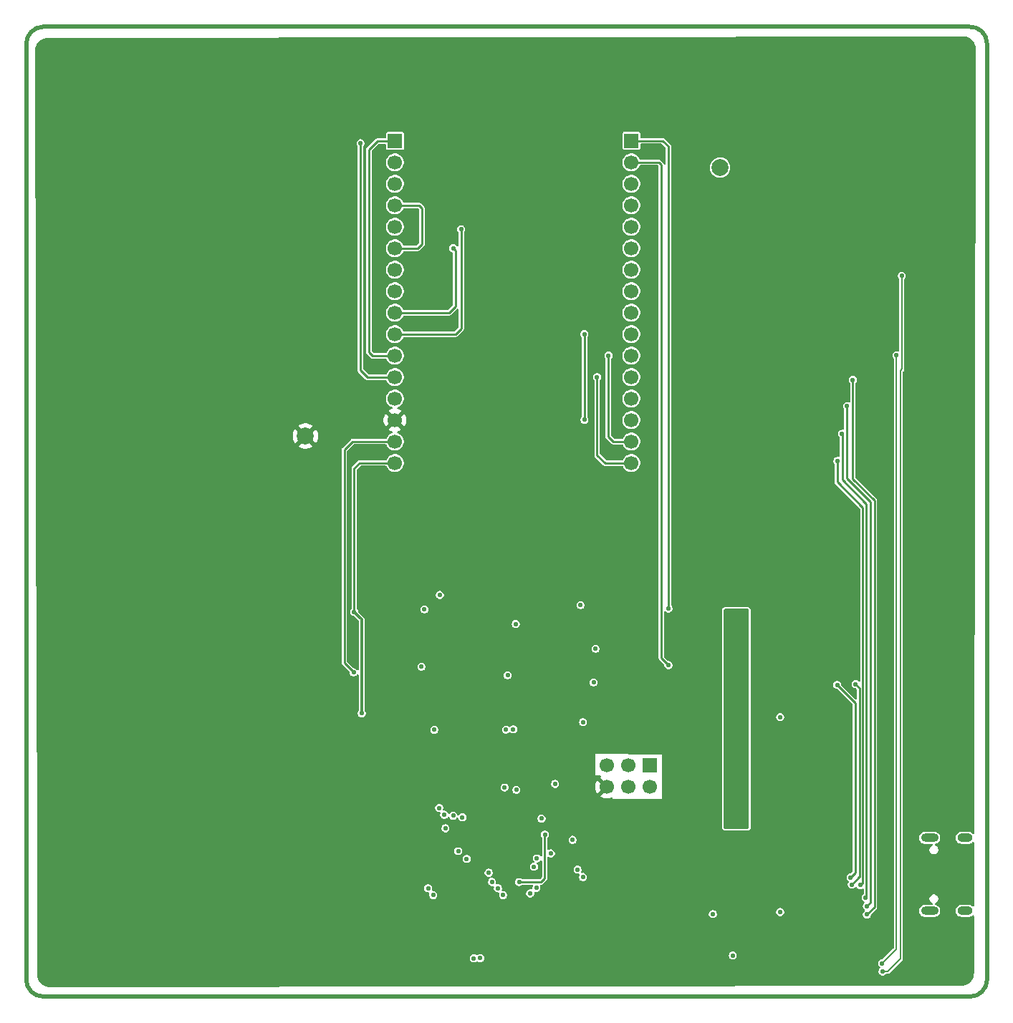
<source format=gbr>
%TF.GenerationSoftware,KiCad,Pcbnew,9.0.7*%
%TF.CreationDate,2026-01-21T16:50:36+00:00*%
%TF.ProjectId,OE PyBoard tester,4f452050-7942-46f6-9172-642074657374,rev?*%
%TF.SameCoordinates,PX4feafc0PY9062e40*%
%TF.FileFunction,Copper,L4,Bot*%
%TF.FilePolarity,Positive*%
%FSLAX46Y46*%
G04 Gerber Fmt 4.6, Leading zero omitted, Abs format (unit mm)*
G04 Created by KiCad (PCBNEW 9.0.7) date 2026-01-21 16:50:36*
%MOMM*%
%LPD*%
G01*
G04 APERTURE LIST*
%TA.AperFunction,ComponentPad*%
%ADD10R,1.700000X1.700000*%
%TD*%
%TA.AperFunction,ComponentPad*%
%ADD11C,1.700000*%
%TD*%
%TA.AperFunction,ComponentPad*%
%ADD12C,2.000000*%
%TD*%
%TA.AperFunction,HeatsinkPad*%
%ADD13O,2.100000X1.000000*%
%TD*%
%TA.AperFunction,HeatsinkPad*%
%ADD14O,1.800000X1.000000*%
%TD*%
%TA.AperFunction,ViaPad*%
%ADD15C,0.550000*%
%TD*%
%TA.AperFunction,Conductor*%
%ADD16C,0.210000*%
%TD*%
%TA.AperFunction,Conductor*%
%ADD17C,0.220000*%
%TD*%
%TA.AperFunction,Conductor*%
%ADD18C,0.300000*%
%TD*%
%TA.AperFunction,Conductor*%
%ADD19C,0.260000*%
%TD*%
%TA.AperFunction,Profile*%
%ADD20C,0.500000*%
%TD*%
G04 APERTURE END LIST*
D10*
%TO.P,J5,1,Pin_1*%
%TO.N,V+#1*%
X71514000Y101205200D03*
D11*
%TO.P,J5,2,Pin_2*%
%TO.N,+3V3#1*%
X71514000Y98665200D03*
%TO.P,J5,3,Pin_3*%
%TO.N,GND#1*%
X71514000Y96125200D03*
%TO.P,J5,4,Pin_4*%
%TO.N,/~{RST}#1 actuador*%
X71514000Y93585200D03*
%TO.P,J5,5,Pin_5*%
%TO.N,/module on test/PB1-Y12*%
X71514000Y91045200D03*
%TO.P,J5,6,Pin_6*%
%TO.N,/module on test/PB0-Y11*%
X71514000Y88505200D03*
%TO.P,J5,7,Pin_7*%
%TO.N,/module on test/PB11-Y10*%
X71514000Y85965200D03*
%TO.P,J5,8,Pin_8*%
%TO.N,/module on test/PB10-Y9*%
X71514000Y83425200D03*
%TO.P,J5,9,Pin_9*%
%TO.N,/module on test/PA3-X4*%
X71514000Y80885200D03*
%TO.P,J5,10,Pin_10*%
%TO.N,/module on test/PA2-X3*%
X71514000Y78345200D03*
%TO.P,J5,11,Pin_11*%
%TO.N,/module on test/PA1-X2*%
X71514000Y75805200D03*
%TO.P,J5,12,Pin_12*%
%TO.N,/module on test/PA0-X1*%
X71514000Y73265200D03*
%TO.P,J5,13,Pin_13*%
%TO.N,/module on test/PA3-X4*%
X71514000Y70725200D03*
%TO.P,J5,14,Pin_14*%
%TO.N,/module on test/PA2-X3*%
X71514000Y68185200D03*
%TO.P,J5,15,Pin_15*%
%TO.N,/module on test/PA1-X2*%
X71514000Y65645200D03*
%TO.P,J5,16,Pin_16*%
%TO.N,/module on test/PA0-X1*%
X71514000Y63105200D03*
%TD*%
D12*
%TO.P,TP27,1,1*%
%TO.N,GND*%
X32990681Y66290144D03*
%TD*%
D10*
%TO.P,J2,1,Pin_1*%
%TO.N,/PDI_DATA*%
X73690000Y27325000D03*
D11*
%TO.P,J2,2,Pin_2*%
%TO.N,+3V3*%
X73690000Y24785000D03*
%TO.P,J2,3,Pin_3*%
%TO.N,unconnected-(J2-Pin_3-Pad3)*%
X71150000Y27325000D03*
%TO.P,J2,4,Pin_4*%
%TO.N,unconnected-(J2-Pin_4-Pad4)*%
X71150000Y24785000D03*
%TO.P,J2,5,Pin_5*%
%TO.N,/PDI_CLOCK*%
X68610000Y27325000D03*
%TO.P,J2,6,Pin_6*%
%TO.N,GND*%
X68610000Y24785000D03*
%TD*%
D13*
%TO.P,J1,S1,SHIELD*%
%TO.N,Net-(J1-SHIELD)*%
X106770000Y10130000D03*
D14*
X110950000Y10130000D03*
D13*
X106770000Y18770000D03*
D14*
X110950000Y18770000D03*
%TD*%
D12*
%TO.P,TP6,1,1*%
%TO.N,GND#1*%
X82014000Y98031867D03*
%TD*%
D10*
%TO.P,J4,1,Pin_1*%
%TO.N,/module on test/PC4-X11*%
X43580000Y101193200D03*
D11*
%TO.P,J4,2,Pin_2*%
%TO.N,/module on test/PC5-X12*%
X43580000Y98653200D03*
%TO.P,J4,3,Pin_3*%
%TO.N,/module on test/PB12-Y5*%
X43580000Y96113200D03*
%TO.P,J4,4,Pin_4*%
%TO.N,/module on test/PB13-Y6*%
X43580000Y93573200D03*
%TO.P,J4,5,Pin_5*%
%TO.N,/module on test/PB12-Y5*%
X43580000Y91033200D03*
%TO.P,J4,6,Pin_6*%
%TO.N,/module on test/PB13-Y6*%
X43580000Y88493200D03*
%TO.P,J4,7,Pin_7*%
%TO.N,/module on test/PB10-Y9*%
X43580000Y85953200D03*
%TO.P,J4,8,Pin_8*%
%TO.N,/module on test/PB11-Y10*%
X43580000Y83413200D03*
%TO.P,J4,9,Pin_9*%
%TO.N,/module on test/PB0-Y11*%
X43580000Y80873200D03*
%TO.P,J4,10,Pin_10*%
%TO.N,/module on test/PB1-Y12*%
X43580000Y78333200D03*
%TO.P,J4,11,Pin_11*%
%TO.N,/module on test/PC4-X11*%
X43580000Y75793200D03*
%TO.P,J4,12,Pin_12*%
%TO.N,/module on test/PC5-X12*%
X43580000Y73253200D03*
%TO.P,J4,13,Pin_13*%
%TO.N,/~{RST}#2 feedback*%
X43580000Y70713200D03*
%TO.P,J4,14,Pin_14*%
%TO.N,GND*%
X43580000Y68173200D03*
%TO.P,J4,15,Pin_15*%
%TO.N,+3V3#2*%
X43580000Y65633200D03*
%TO.P,J4,16,Pin_16*%
%TO.N,V+#2*%
X43580000Y63093200D03*
%TD*%
D15*
%TO.N,Net-(U1-PC2{slash}OC0C{slash}RXD0)*%
X103475000Y85250000D03*
%TO.N,GND*%
X101200000Y53300000D03*
X101000000Y60775000D03*
X101550000Y44225000D03*
X101540095Y37891772D03*
X101500000Y30175000D03*
X101550000Y20475000D03*
X104122765Y19356499D03*
X101800000Y18375000D03*
X103950000Y13925000D03*
X104125000Y12325000D03*
X101925000Y11275000D03*
X102125000Y13800000D03*
X102050000Y15975000D03*
X55475000Y9275000D03*
X51350000Y9300000D03*
X54300000Y13900000D03*
%TO.N,Net-(U1-PC2{slash}OC0C{slash}RXD0)*%
X52900000Y4525000D03*
%TO.N,Net-(U1-PC3{slash}OC0D{slash}TXD0)*%
X53650000Y4550000D03*
%TO.N,Net-(U1-PC2{slash}OC0C{slash}RXD0)*%
X101200000Y2975000D03*
%TO.N,Net-(U1-PC3{slash}OC0D{slash}TXD0)*%
X101162500Y3937500D03*
X102850000Y75850000D03*
%TO.N,GND*%
X92000000Y44775000D03*
X110175000Y57700000D03*
X88525000Y53325000D03*
%TO.N,/OK_LED*%
X95850000Y36850000D03*
%TO.N,/NOK_LED*%
X98000000Y36950000D03*
%TO.N,GND*%
X107025000Y38050000D03*
X107225000Y47100000D03*
%TO.N,+3V3#2*%
X38700000Y38350000D03*
%TO.N,V+#2*%
X38750000Y45500000D03*
X39650000Y33500000D03*
X89100000Y33050000D03*
%TO.N,V+#1*%
X75900000Y45900000D03*
%TO.N,+3V3#1*%
X75900000Y39200000D03*
%TO.N,/module on test/PB1-Y12*%
X51400000Y90755200D03*
%TO.N,/module on test/PB0-Y11*%
X50450000Y88505200D03*
%TO.N,/module on test/PB13-Y6*%
X51550000Y21200000D03*
%TO.N,/module on test/PB10-Y9*%
X50450000Y21400000D03*
%TO.N,/~{RST}#2 feedback*%
X48800000Y22300000D03*
%TO.N,GND*%
X66850000Y24050000D03*
X49250000Y68800000D03*
X73950000Y70700000D03*
X3125000Y67075000D03*
X87150000Y17200000D03*
X74150000Y61650000D03*
X74350000Y45600000D03*
X49500000Y46350000D03*
X85950000Y46550000D03*
X15475000Y60875000D03*
X73350000Y32100000D03*
X47400000Y84500000D03*
X66050000Y34050000D03*
X101237500Y64938800D03*
X61400000Y36900000D03*
X56400000Y17800000D03*
X103967500Y5600000D03*
X64000000Y32050000D03*
X63562500Y36838800D03*
X48150000Y43100000D03*
X49563500Y15900000D03*
X72300000Y14575000D03*
X56400000Y21550000D03*
X110475000Y52300000D03*
X76950000Y93850000D03*
X110500000Y63200000D03*
X97400000Y9950000D03*
X46600000Y32450000D03*
X91650000Y92700000D03*
X93000000Y103250000D03*
X49225000Y1975000D03*
X63700000Y59050000D03*
X63850000Y82300000D03*
X97825000Y1925000D03*
X50150000Y89700000D03*
X57375000Y112500000D03*
X19525000Y112450000D03*
X41100000Y31650000D03*
X104100000Y100150000D03*
X53000000Y46850000D03*
X90300000Y67650000D03*
X80075000Y14550000D03*
X103867500Y21500000D03*
X74100000Y87700000D03*
X53050000Y57250000D03*
X90150000Y28050000D03*
X49250000Y53750000D03*
X54550000Y17800000D03*
X89300000Y29850000D03*
X67050000Y106750000D03*
X82700000Y18950000D03*
X104137500Y61788800D03*
X88650000Y80650000D03*
X93700000Y6050000D03*
X110925000Y93500000D03*
X52700000Y77950000D03*
X56950000Y39050000D03*
X54550000Y21550000D03*
X110075000Y33100000D03*
X35850000Y57700000D03*
X86900000Y58050000D03*
X36200000Y24050000D03*
X58300000Y19650000D03*
X17050000Y39900000D03*
X48200000Y36400000D03*
X45950000Y79700000D03*
X63950000Y89600000D03*
X95000000Y112325000D03*
X86900000Y51400000D03*
X105250000Y106350000D03*
X40950000Y36393200D03*
X38900000Y36250000D03*
X39800000Y49550000D03*
X84550000Y19250000D03*
X49200000Y60650000D03*
X81350000Y32100000D03*
X49050000Y107050000D03*
X59000000Y53450000D03*
X58300000Y21550000D03*
X63150000Y75650000D03*
X87050000Y25350000D03*
X101200000Y13245000D03*
X71000000Y45700000D03*
X110800000Y112150000D03*
X66100000Y84850000D03*
X86500000Y34200000D03*
X3250000Y97725000D03*
X57600000Y29100000D03*
X56400000Y19650000D03*
X53000000Y82600000D03*
X48200000Y38343200D03*
X81300000Y46000000D03*
X75912500Y41088800D03*
X52700000Y84600000D03*
X57950000Y72800000D03*
X46750000Y26600000D03*
X2825000Y86700000D03*
X76900000Y73850000D03*
X66300000Y66700000D03*
X71950000Y19300000D03*
X74200000Y97100000D03*
X13600000Y105050000D03*
X63850000Y67750000D03*
X86050000Y106850000D03*
X89100000Y17250000D03*
X12550000Y79150000D03*
X93350000Y80750000D03*
X46650000Y36350000D03*
X58300000Y17800000D03*
X96137500Y72538800D03*
X65900000Y43050000D03*
X73900000Y79450000D03*
X65350000Y73250000D03*
X65400000Y48150000D03*
X62800000Y28400000D03*
X63512500Y42888800D03*
X49500000Y71850000D03*
X74300000Y49800000D03*
X30100000Y107150000D03*
X63850000Y40650000D03*
X52750000Y67850000D03*
X56400000Y28100000D03*
X68150000Y69200000D03*
X86782500Y4850000D03*
X27700000Y17000000D03*
X65900000Y37050000D03*
X54000000Y44425000D03*
X3025000Y46700000D03*
X58400000Y12450000D03*
X97200000Y44300000D03*
X21800000Y91500000D03*
X55700000Y32300000D03*
X63900000Y48950000D03*
X52950000Y36593200D03*
X48300000Y45075000D03*
X75912500Y35238800D03*
X87050000Y24550000D03*
X3825000Y26200000D03*
X93950000Y59500000D03*
X71762500Y33838800D03*
X72300000Y2150000D03*
X58500000Y34050000D03*
X84550000Y16950000D03*
X75800000Y26800000D03*
X61700000Y12350000D03*
X22450000Y67950000D03*
X74500000Y15700000D03*
X40950000Y43000000D03*
X63650000Y23800000D03*
X46650000Y15100000D03*
X76800000Y65150000D03*
X106050000Y25100000D03*
X2375000Y2000000D03*
X97075000Y16675000D03*
X90750000Y19800000D03*
X50975000Y14850000D03*
X81700000Y38850000D03*
X45800000Y77350000D03*
X92950000Y40950000D03*
X103917500Y7500000D03*
X58250000Y89550000D03*
X76450000Y112225000D03*
X77200000Y59350000D03*
X65450000Y80000000D03*
X41500000Y47600000D03*
X110375000Y41400000D03*
X52600000Y91500000D03*
X104450000Y11250000D03*
X55900000Y35250000D03*
X86350000Y41300000D03*
X46400000Y87800000D03*
X104500000Y18150000D03*
X106550000Y4300000D03*
X40100000Y62100000D03*
X29750000Y2650000D03*
X38500000Y40700000D03*
X86900000Y31900000D03*
X20650000Y27100000D03*
X81750000Y35500000D03*
X57100000Y42600000D03*
X40500000Y38450000D03*
X97275000Y30200000D03*
X16950000Y51325000D03*
X51900000Y23150000D03*
X48000000Y32400000D03*
X12625000Y11175000D03*
X49800000Y44200000D03*
X67550000Y19200000D03*
X38790000Y34200000D03*
X110575000Y2550000D03*
X49950000Y84650000D03*
X73512500Y37138800D03*
X30200000Y50500000D03*
X86500000Y6500000D03*
X38000000Y112700000D03*
X54550000Y19650000D03*
X97100000Y23175000D03*
X76950000Y84550000D03*
X51350000Y32100000D03*
X81650000Y25600000D03*
X49050000Y14000000D03*
X38710000Y42950000D03*
X91120000Y24450000D03*
X77600000Y5050000D03*
X63950000Y34000000D03*
X40100000Y56700000D03*
X71050000Y29500000D03*
X100850000Y18550000D03*
X93780000Y24450000D03*
X51150000Y25450000D03*
X69700000Y94700000D03*
X75050000Y99650000D03*
X48050000Y33800000D03*
X73512500Y43088800D03*
X77050000Y52750000D03*
X53400000Y33800000D03*
X49550000Y82450000D03*
X104137500Y75238800D03*
X81600000Y42650000D03*
X64650000Y9550000D03*
X2894469Y111735997D03*
X32400000Y36550000D03*
X110800000Y75600000D03*
X96800000Y100300000D03*
X51250000Y19000000D03*
X68350000Y12250000D03*
X46600000Y20450000D03*
X61300000Y42950000D03*
X74200000Y56000000D03*
X77050000Y45550000D03*
X63900000Y20950000D03*
X66550000Y31600000D03*
%TO.N,/STATE_LED*%
X57930999Y24458310D03*
X62000000Y16935000D03*
%TO.N,/~{RST}#1 actuador*%
X64565000Y18535000D03*
%TO.N,/V+#1_chck*%
X57850000Y44056300D03*
X57550000Y31600000D03*
%TO.N,/+3V3#1_chck*%
X56900000Y38000000D03*
X56686622Y31563937D03*
%TO.N,/V+#1_ok*%
X54650000Y14650000D03*
X65150000Y15000000D03*
X65500000Y46300000D03*
%TO.N,/+3V3#1_ok*%
X55050000Y13550000D03*
X65800000Y32450000D03*
X65800000Y14136000D03*
%TO.N,/V+#2_ok*%
X55750000Y12800000D03*
X47500000Y12800000D03*
X48875000Y47500000D03*
%TO.N,/+3V3#2_ok*%
X48216000Y31550000D03*
X48100000Y12000000D03*
X56350000Y12000000D03*
%TO.N,/module on test/PC5-X12*%
X39500000Y100918533D03*
%TO.N,/module on test/PB11-Y10*%
X49400000Y21500000D03*
%TO.N,/module on test/PA1-X2*%
X68814000Y75805200D03*
%TO.N,/module on test/PA0-X1*%
X67464000Y73255200D03*
%TO.N,/module on test/PA2-X3*%
X65964000Y78355200D03*
X65964000Y68205200D03*
%TO.N,+3V3*%
X60900000Y21050000D03*
X62500000Y25150000D03*
X67050000Y37150000D03*
X83500000Y4850000D03*
X82900000Y34200000D03*
X49550000Y19900000D03*
X83100000Y25450000D03*
X58250000Y13551000D03*
X61300000Y19150000D03*
X83200000Y40000000D03*
X47050000Y45800000D03*
X84900000Y42800000D03*
X82950000Y30450000D03*
X83150000Y45400000D03*
X84900000Y21300000D03*
X84870000Y23570000D03*
X84500000Y32050000D03*
X67278367Y41128367D03*
X83000000Y20500000D03*
X46700000Y39022000D03*
X83200000Y23000000D03*
X84850000Y28550000D03*
X56528500Y24728500D03*
X84900000Y36950000D03*
%TO.N,/FTDI_CTS*%
X81150000Y9750000D03*
X89100000Y10000000D03*
%TO.N,/RST#1_LED*%
X59559022Y12200000D03*
X97687500Y72938800D03*
X99350000Y9700000D03*
%TO.N,/RST#2_LED*%
X60300000Y12850000D03*
X99345384Y10700000D03*
X96987500Y69838800D03*
%TO.N,/SUPPLY_LED*%
X99200000Y11700000D03*
X96402500Y66561200D03*
X60000000Y15350000D03*
%TO.N,/IOs_LED*%
X60350000Y16350000D03*
X98570000Y13180000D03*
X95862500Y63338800D03*
%TO.N,/OK_LED*%
X97409384Y14090616D03*
X51050000Y17200000D03*
%TO.N,/NOK_LED*%
X52050000Y16275000D03*
X97575000Y13250000D03*
%TO.N,GND*%
X104062500Y59288800D03*
%TD*%
D16*
%TO.N,Net-(U1-PC2{slash}OC0C{slash}RXD0)*%
X103286500Y74036500D02*
X103286500Y4461500D01*
X101800000Y2975000D02*
X101200000Y2975000D01*
X103475000Y74225000D02*
X103286500Y74036500D01*
X103475000Y85250000D02*
X103475000Y74225000D01*
X103286500Y4461500D02*
X101800000Y2975000D01*
%TO.N,Net-(U1-PC3{slash}OC0D{slash}TXD0)*%
X102850000Y5625000D02*
X101162500Y3937500D01*
X102850000Y75850000D02*
X102850000Y5625000D01*
D17*
%TO.N,/RST#1_LED*%
X97687500Y61212500D02*
X100250000Y58650000D01*
X97687500Y72938800D02*
X97687500Y61212500D01*
%TO.N,/RST#2_LED*%
X96987500Y61312500D02*
X99800000Y58500000D01*
X96987500Y69838800D02*
X96987500Y61312500D01*
X99800000Y58500000D02*
X99800000Y11154616D01*
%TO.N,/SUPPLY_LED*%
X96437500Y61112500D02*
X99300000Y58250000D01*
X96437500Y63085070D02*
X96437500Y61112500D01*
X96437500Y66488800D02*
X96437500Y63592530D01*
X96402500Y66523800D02*
X96437500Y66488800D01*
X96402500Y66561200D02*
X96402500Y66523800D01*
X96437500Y63592530D02*
X96448500Y63581530D01*
X99300000Y58250000D02*
X99300000Y11800000D01*
X96448500Y63581530D02*
X96448500Y63096070D01*
X96448500Y63096070D02*
X96437500Y63085070D01*
%TO.N,/IOs_LED*%
X95862500Y63338800D02*
X95862500Y60841500D01*
X98879000Y57825000D02*
X98879000Y13429000D01*
X95862500Y60841500D02*
X98879000Y57825000D01*
%TO.N,/OK_LED*%
X98004000Y34696000D02*
X95850000Y36850000D01*
X98004000Y14685233D02*
X98004000Y34696000D01*
%TO.N,/NOK_LED*%
X98458000Y36492000D02*
X98000000Y36950000D01*
X98458000Y14133000D02*
X98458000Y36492000D01*
%TO.N,/OK_LED*%
X97409384Y14090616D02*
X98004000Y14685233D01*
%TO.N,/NOK_LED*%
X98425000Y14100000D02*
X98458000Y14133000D01*
%TO.N,+3V3#2*%
X37600000Y64700000D02*
X38533200Y65633200D01*
X37600000Y39450000D02*
X37600000Y64700000D01*
X38700000Y38350000D02*
X37600000Y39450000D01*
X38533200Y65633200D02*
X43580000Y65633200D01*
%TO.N,V+#2*%
X38750000Y62450000D02*
X39393200Y63093200D01*
X38750000Y45500000D02*
X38750000Y62450000D01*
D18*
X39650000Y33500000D02*
X39650000Y44600000D01*
X39650000Y44600000D02*
X38750000Y45500000D01*
D17*
X39393200Y63093200D02*
X43580000Y63093200D01*
%TO.N,V+#1*%
X75900000Y45900000D02*
X75900000Y100550000D01*
X75900000Y100550000D02*
X75244800Y101205200D01*
X75244800Y101205200D02*
X71514000Y101205200D01*
%TO.N,+3V3#1*%
X74784800Y98665200D02*
X71514000Y98665200D01*
X75050000Y40050000D02*
X75050000Y98400000D01*
X75050000Y98400000D02*
X74784800Y98665200D01*
X75900000Y39200000D02*
X75050000Y40050000D01*
D19*
%TO.N,/module on test/PB1-Y12*%
X51400000Y79005833D02*
X50727367Y78333200D01*
X50727367Y78333200D02*
X43580000Y78333200D01*
X51400000Y90755200D02*
X51400000Y79005833D01*
%TO.N,/module on test/PB0-Y11*%
X50750000Y81655833D02*
X49967367Y80873200D01*
X50450000Y88505200D02*
X50750000Y88205200D01*
X49967367Y80873200D02*
X43580000Y80873200D01*
X50750000Y88205200D02*
X50750000Y81655833D01*
%TO.N,/module on test/PB13-Y6*%
X46252000Y88493200D02*
X43580000Y88493200D01*
X46396000Y93573200D02*
X46764000Y93205200D01*
X46764000Y89005200D02*
X46252000Y88493200D01*
X46764000Y93205200D02*
X46764000Y89005200D01*
X43580000Y93573200D02*
X46396000Y93573200D01*
%TO.N,/module on test/PC4-X11*%
X40500000Y76200000D02*
X40500000Y100175000D01*
X40906800Y75793200D02*
X40500000Y76200000D01*
X41518200Y101193200D02*
X43580000Y101193200D01*
X40500000Y100175000D02*
X41518200Y101193200D01*
X43580000Y75793200D02*
X40906800Y75793200D01*
%TO.N,/module on test/PC5-X12*%
X40296800Y73253200D02*
X39500000Y74050000D01*
X43580000Y73253200D02*
X40296800Y73253200D01*
X39500000Y74050000D02*
X39500000Y100918533D01*
%TO.N,/module on test/PA1-X2*%
X68814000Y75805200D02*
X68814000Y66205200D01*
X68814000Y66205200D02*
X69374000Y65645200D01*
X69374000Y65645200D02*
X71514000Y65645200D01*
%TO.N,/module on test/PA0-X1*%
X68400633Y63105200D02*
X71514000Y63105200D01*
X67464000Y64041833D02*
X68400633Y63105200D01*
X67464000Y73255200D02*
X67464000Y64041833D01*
%TO.N,/module on test/PA2-X3*%
X65964000Y78355200D02*
X65964000Y69005200D01*
X65964000Y69005200D02*
X65964000Y68205200D01*
D17*
%TO.N,+3V3*%
X61275000Y13993500D02*
X60832500Y13551000D01*
X60832500Y13551000D02*
X58250000Y13551000D01*
X61275000Y19125000D02*
X61275000Y13993500D01*
X61300000Y19150000D02*
X61275000Y19125000D01*
%TO.N,/RST#1_LED*%
X100250000Y10600000D02*
X100250000Y58650000D01*
X99350000Y9700000D02*
X100250000Y10600000D01*
%TO.N,/RST#2_LED*%
X99800000Y11154616D02*
X99345384Y10700000D01*
%TO.N,/SUPPLY_LED*%
X99300000Y11800000D02*
X99200000Y11700000D01*
%TO.N,/IOs_LED*%
X98630000Y13180000D02*
X98570000Y13180000D01*
X98879000Y13429000D02*
X98630000Y13180000D01*
%TO.N,/NOK_LED*%
X97575000Y13250000D02*
X98425000Y14100000D01*
%TD*%
%TA.AperFunction,Conductor*%
%TO.N,+3V3*%
G36*
X85343039Y45830315D02*
G01*
X85388794Y45777511D01*
X85400000Y45726000D01*
X85400000Y19974000D01*
X85380315Y19906961D01*
X85327511Y19861206D01*
X85276000Y19850000D01*
X82574000Y19850000D01*
X82506961Y19869685D01*
X82461206Y19922489D01*
X82450000Y19974000D01*
X82450000Y45726000D01*
X82469685Y45793039D01*
X82522489Y45838794D01*
X82574000Y45850000D01*
X85276000Y45850000D01*
X85343039Y45830315D01*
G37*
%TD.AperFunction*%
%TD*%
%TA.AperFunction,Conductor*%
%TO.N,GND*%
G36*
X110724143Y113571917D02*
G01*
X110944783Y113554910D01*
X110964050Y113551887D01*
X111174515Y113501631D01*
X111193068Y113495624D01*
X111305429Y113449194D01*
X111393051Y113412987D01*
X111410428Y113404148D01*
X111454272Y113377309D01*
X111594986Y113291170D01*
X111610769Y113279709D01*
X111775312Y113139201D01*
X111789103Y113125408D01*
X111815461Y113094528D01*
X111929585Y112960828D01*
X111941042Y112945042D01*
X112053977Y112760469D01*
X112062817Y112743084D01*
X112145414Y112543083D01*
X112151416Y112524530D01*
X112201627Y112314055D01*
X112204647Y112294786D01*
X112221608Y112074165D01*
X112221973Y112064412D01*
X112036261Y19373510D01*
X112016442Y19306510D01*
X111963546Y19260861D01*
X111894368Y19251056D01*
X111830871Y19280208D01*
X111824580Y19286077D01*
X111796545Y19314112D01*
X111796541Y19314115D01*
X111681817Y19390772D01*
X111681804Y19390779D01*
X111554332Y19443579D01*
X111554322Y19443582D01*
X111418995Y19470500D01*
X111418993Y19470500D01*
X110481007Y19470500D01*
X110481005Y19470500D01*
X110345677Y19443582D01*
X110345667Y19443579D01*
X110218195Y19390779D01*
X110218182Y19390772D01*
X110103458Y19314115D01*
X110103454Y19314112D01*
X110005888Y19216546D01*
X110005885Y19216542D01*
X109929228Y19101818D01*
X109929221Y19101805D01*
X109876421Y18974333D01*
X109876418Y18974323D01*
X109849500Y18838996D01*
X109849500Y18838993D01*
X109849500Y18701007D01*
X109849500Y18701005D01*
X109849499Y18701005D01*
X109876418Y18565678D01*
X109876421Y18565668D01*
X109929221Y18438196D01*
X109929228Y18438183D01*
X110005885Y18323459D01*
X110005888Y18323455D01*
X110103454Y18225889D01*
X110103458Y18225886D01*
X110218182Y18149229D01*
X110218195Y18149222D01*
X110345667Y18096422D01*
X110345672Y18096420D01*
X110345676Y18096420D01*
X110345677Y18096419D01*
X110481004Y18069500D01*
X110481007Y18069500D01*
X111418995Y18069500D01*
X111510041Y18087611D01*
X111554328Y18096420D01*
X111681811Y18149225D01*
X111796542Y18225886D01*
X111822155Y18251500D01*
X111883476Y18284984D01*
X111953168Y18280000D01*
X112009102Y18238130D01*
X112033520Y18172666D01*
X112033836Y18163570D01*
X112018985Y10750786D01*
X111999166Y10683786D01*
X111946270Y10638137D01*
X111877092Y10628332D01*
X111813595Y10657484D01*
X111807304Y10663353D01*
X111796545Y10674112D01*
X111796541Y10674115D01*
X111681817Y10750772D01*
X111681804Y10750779D01*
X111554332Y10803579D01*
X111554322Y10803582D01*
X111418995Y10830500D01*
X111418993Y10830500D01*
X110481007Y10830500D01*
X110481005Y10830500D01*
X110345677Y10803582D01*
X110345667Y10803579D01*
X110218195Y10750779D01*
X110218182Y10750772D01*
X110103458Y10674115D01*
X110103454Y10674112D01*
X110005888Y10576546D01*
X110005885Y10576542D01*
X109929228Y10461818D01*
X109929221Y10461805D01*
X109876421Y10334333D01*
X109876418Y10334323D01*
X109849500Y10198996D01*
X109849500Y10198993D01*
X109849500Y10061007D01*
X109849500Y10061005D01*
X109849499Y10061005D01*
X109876418Y9925678D01*
X109876421Y9925668D01*
X109929221Y9798196D01*
X109929228Y9798183D01*
X110005885Y9683459D01*
X110005888Y9683455D01*
X110103454Y9585889D01*
X110103458Y9585886D01*
X110218182Y9509229D01*
X110218195Y9509222D01*
X110341773Y9458035D01*
X110345672Y9456420D01*
X110345676Y9456420D01*
X110345677Y9456419D01*
X110481004Y9429500D01*
X110481007Y9429500D01*
X111418995Y9429500D01*
X111510041Y9447611D01*
X111554328Y9456420D01*
X111652924Y9497260D01*
X111681804Y9509222D01*
X111681804Y9509223D01*
X111681811Y9509225D01*
X111796542Y9585886D01*
X111804808Y9594153D01*
X111866128Y9627638D01*
X111935820Y9622656D01*
X111991755Y9580787D01*
X112016175Y9515324D01*
X112016491Y9506225D01*
X112003003Y2774151D01*
X112002603Y2764446D01*
X111984928Y2544944D01*
X111981860Y2525777D01*
X111931291Y2316465D01*
X111925270Y2298012D01*
X111842654Y2099152D01*
X111833827Y2081865D01*
X111721193Y1898338D01*
X111709776Y1882639D01*
X111569876Y1718933D01*
X111556150Y1705210D01*
X111392417Y1565343D01*
X111376721Y1553932D01*
X111193166Y1441331D01*
X111175877Y1432507D01*
X110977001Y1349931D01*
X110958548Y1343914D01*
X110749226Y1293386D01*
X110730057Y1290322D01*
X110510552Y1272690D01*
X110500848Y1272292D01*
X2828896Y1077718D01*
X2819170Y1078083D01*
X2599176Y1094990D01*
X2579960Y1097996D01*
X2370049Y1147969D01*
X2351540Y1153944D01*
X2152033Y1236123D01*
X2134685Y1244918D01*
X1950480Y1357285D01*
X1934721Y1368685D01*
X1770353Y1508474D01*
X1756571Y1522198D01*
X1616087Y1685966D01*
X1604620Y1701676D01*
X1602444Y1705209D01*
X1491465Y1885410D01*
X1482604Y1902704D01*
X1399572Y2101870D01*
X1393519Y2120354D01*
X1342656Y2330040D01*
X1339567Y2349243D01*
X1321723Y2569176D01*
X1321317Y2578900D01*
X1320796Y2791464D01*
X1317837Y4000101D01*
X100687000Y4000101D01*
X100687000Y3874899D01*
X100719405Y3753964D01*
X100782005Y3645536D01*
X100870536Y3557005D01*
X100880179Y3551438D01*
X100882113Y3550321D01*
X100930328Y3499753D01*
X100943550Y3431146D01*
X100917582Y3366281D01*
X100907794Y3355253D01*
X100819503Y3266963D01*
X100756905Y3158537D01*
X100756905Y3158536D01*
X100724500Y3037601D01*
X100724500Y2912399D01*
X100756905Y2791464D01*
X100819505Y2683036D01*
X100908036Y2594505D01*
X101016464Y2531905D01*
X101137399Y2499500D01*
X101137401Y2499500D01*
X101262599Y2499500D01*
X101262601Y2499500D01*
X101383536Y2531905D01*
X101491964Y2594505D01*
X101530640Y2633181D01*
X101591963Y2666666D01*
X101618321Y2669500D01*
X101840218Y2669500D01*
X101840220Y2669500D01*
X101917919Y2690319D01*
X101987581Y2730539D01*
X103530961Y4273918D01*
X103571181Y4343581D01*
X103592000Y4421279D01*
X103592000Y4501720D01*
X103592000Y10061005D01*
X105519499Y10061005D01*
X105546418Y9925678D01*
X105546421Y9925668D01*
X105599221Y9798196D01*
X105599228Y9798183D01*
X105675885Y9683459D01*
X105675888Y9683455D01*
X105773454Y9585889D01*
X105773458Y9585886D01*
X105888182Y9509229D01*
X105888195Y9509222D01*
X106011773Y9458035D01*
X106015672Y9456420D01*
X106015676Y9456420D01*
X106015677Y9456419D01*
X106151004Y9429500D01*
X106151007Y9429500D01*
X107388995Y9429500D01*
X107480041Y9447611D01*
X107524328Y9456420D01*
X107622924Y9497260D01*
X107651804Y9509222D01*
X107651804Y9509223D01*
X107651811Y9509225D01*
X107766542Y9585886D01*
X107864114Y9683458D01*
X107940775Y9798189D01*
X107993580Y9925672D01*
X108006767Y9991966D01*
X108020500Y10061005D01*
X108020500Y10198996D01*
X107993581Y10334323D01*
X107993580Y10334324D01*
X107993580Y10334328D01*
X107993578Y10334333D01*
X107940778Y10461805D01*
X107940771Y10461818D01*
X107864114Y10576542D01*
X107864111Y10576546D01*
X107766545Y10674112D01*
X107766541Y10674115D01*
X107651817Y10750772D01*
X107651804Y10750779D01*
X107524332Y10803579D01*
X107524322Y10803582D01*
X107445032Y10819354D01*
X107383121Y10851739D01*
X107348547Y10912455D01*
X107352288Y10982225D01*
X107393154Y11038897D01*
X107437128Y11060745D01*
X107472836Y11070312D01*
X107592665Y11139495D01*
X107690505Y11237335D01*
X107759688Y11357164D01*
X107795500Y11490817D01*
X107795500Y11629183D01*
X107759688Y11762836D01*
X107690505Y11882665D01*
X107592665Y11980505D01*
X107592664Y11980506D01*
X107592661Y11980508D01*
X107472838Y12049687D01*
X107472837Y12049688D01*
X107472836Y12049688D01*
X107339183Y12085500D01*
X107200817Y12085500D01*
X107067164Y12049688D01*
X107067161Y12049687D01*
X106947338Y11980508D01*
X106947333Y11980504D01*
X106849496Y11882667D01*
X106849492Y11882662D01*
X106780313Y11762839D01*
X106780312Y11762836D01*
X106744500Y11629183D01*
X106744500Y11490817D01*
X106766682Y11408035D01*
X106780312Y11357165D01*
X106780313Y11357162D01*
X106849492Y11237339D01*
X106849494Y11237336D01*
X106849495Y11237335D01*
X106947335Y11139495D01*
X107067164Y11070312D01*
X107067167Y11070311D01*
X107070182Y11069062D01*
X107072337Y11067325D01*
X107074203Y11066248D01*
X107074035Y11065958D01*
X107124587Y11025222D01*
X107146653Y10958928D01*
X107129375Y10891229D01*
X107078239Y10843617D01*
X107022732Y10830500D01*
X106151005Y10830500D01*
X106015677Y10803582D01*
X106015667Y10803579D01*
X105888195Y10750779D01*
X105888182Y10750772D01*
X105773458Y10674115D01*
X105773454Y10674112D01*
X105675888Y10576546D01*
X105675885Y10576542D01*
X105599228Y10461818D01*
X105599221Y10461805D01*
X105546421Y10334333D01*
X105546418Y10334323D01*
X105519500Y10198996D01*
X105519500Y10198993D01*
X105519500Y10061007D01*
X105519500Y10061005D01*
X105519499Y10061005D01*
X103592000Y10061005D01*
X103592000Y18701005D01*
X105519499Y18701005D01*
X105546418Y18565678D01*
X105546421Y18565668D01*
X105599221Y18438196D01*
X105599228Y18438183D01*
X105675885Y18323459D01*
X105675888Y18323455D01*
X105773454Y18225889D01*
X105773458Y18225886D01*
X105888182Y18149229D01*
X105888195Y18149222D01*
X106015667Y18096422D01*
X106015672Y18096420D01*
X106015676Y18096420D01*
X106015677Y18096419D01*
X106151004Y18069500D01*
X107022732Y18069500D01*
X107089771Y18049815D01*
X107135526Y17997011D01*
X107145470Y17927853D01*
X107116445Y17864297D01*
X107074168Y17833813D01*
X107074203Y17833752D01*
X107073608Y17833409D01*
X107070182Y17830938D01*
X107067163Y17829688D01*
X106947338Y17760508D01*
X106947333Y17760504D01*
X106849496Y17662667D01*
X106849492Y17662662D01*
X106780313Y17542839D01*
X106780312Y17542836D01*
X106744500Y17409183D01*
X106744500Y17270817D01*
X106780249Y17137401D01*
X106780312Y17137165D01*
X106780313Y17137162D01*
X106849492Y17017339D01*
X106849494Y17017336D01*
X106849495Y17017335D01*
X106947335Y16919495D01*
X106947336Y16919494D01*
X106947338Y16919493D01*
X106967184Y16908035D01*
X107067164Y16850312D01*
X107200817Y16814500D01*
X107200819Y16814500D01*
X107339181Y16814500D01*
X107339183Y16814500D01*
X107472836Y16850312D01*
X107592665Y16919495D01*
X107690505Y17017335D01*
X107759688Y17137164D01*
X107795500Y17270817D01*
X107795500Y17409183D01*
X107759688Y17542836D01*
X107690505Y17662665D01*
X107592665Y17760505D01*
X107592664Y17760506D01*
X107592661Y17760508D01*
X107472838Y17829687D01*
X107472837Y17829688D01*
X107457017Y17833927D01*
X107437129Y17839256D01*
X107377470Y17875621D01*
X107346941Y17938468D01*
X107355236Y18007843D01*
X107399722Y18061721D01*
X107445033Y18080647D01*
X107459297Y18083485D01*
X107524328Y18096420D01*
X107651811Y18149225D01*
X107766542Y18225886D01*
X107864114Y18323458D01*
X107940775Y18438189D01*
X107993580Y18565672D01*
X108020500Y18701007D01*
X108020500Y18838993D01*
X108020500Y18838996D01*
X107993581Y18974323D01*
X107993580Y18974324D01*
X107993580Y18974328D01*
X107946744Y19087401D01*
X107940778Y19101805D01*
X107940771Y19101818D01*
X107864114Y19216542D01*
X107864111Y19216546D01*
X107766545Y19314112D01*
X107766541Y19314115D01*
X107651817Y19390772D01*
X107651804Y19390779D01*
X107524332Y19443579D01*
X107524322Y19443582D01*
X107388995Y19470500D01*
X107388993Y19470500D01*
X106151007Y19470500D01*
X106151005Y19470500D01*
X106015677Y19443582D01*
X106015667Y19443579D01*
X105888195Y19390779D01*
X105888182Y19390772D01*
X105773458Y19314115D01*
X105773454Y19314112D01*
X105675888Y19216546D01*
X105675885Y19216542D01*
X105599228Y19101818D01*
X105599221Y19101805D01*
X105546421Y18974333D01*
X105546418Y18974323D01*
X105519500Y18838996D01*
X105519500Y18838993D01*
X105519500Y18701007D01*
X105519500Y18701005D01*
X105519499Y18701005D01*
X103592000Y18701005D01*
X103592000Y73858596D01*
X103611685Y73925635D01*
X103628319Y73946277D01*
X103719461Y74037419D01*
X103759681Y74107081D01*
X103780500Y74184780D01*
X103780500Y74265220D01*
X103780500Y84831679D01*
X103800185Y84898718D01*
X103816819Y84919360D01*
X103855495Y84958036D01*
X103918095Y85066464D01*
X103950500Y85187399D01*
X103950500Y85312601D01*
X103918095Y85433536D01*
X103855495Y85541964D01*
X103766964Y85630495D01*
X103658536Y85693095D01*
X103658537Y85693095D01*
X103618224Y85703897D01*
X103537601Y85725500D01*
X103412399Y85725500D01*
X103331775Y85703897D01*
X103291463Y85693095D01*
X103183037Y85630496D01*
X103183034Y85630494D01*
X103094506Y85541966D01*
X103094504Y85541963D01*
X103031905Y85433537D01*
X103031905Y85433536D01*
X102999500Y85312601D01*
X102999500Y85187399D01*
X103012945Y85137223D01*
X103031905Y85066464D01*
X103094504Y84958038D01*
X103094506Y84958035D01*
X103133181Y84919360D01*
X103166666Y84858037D01*
X103169500Y84831679D01*
X103169500Y76418264D01*
X103149815Y76351225D01*
X103097011Y76305470D01*
X103027853Y76295526D01*
X103013406Y76298489D01*
X102987353Y76305470D01*
X102912601Y76325500D01*
X102787399Y76325500D01*
X102712647Y76305470D01*
X102666463Y76293095D01*
X102558037Y76230496D01*
X102558034Y76230494D01*
X102469506Y76141966D01*
X102469504Y76141963D01*
X102406905Y76033537D01*
X102406905Y76033536D01*
X102374500Y75912601D01*
X102374500Y75787399D01*
X102400670Y75689734D01*
X102406905Y75666464D01*
X102469504Y75558038D01*
X102469506Y75558035D01*
X102508181Y75519360D01*
X102541666Y75458037D01*
X102544500Y75431679D01*
X102544500Y5802905D01*
X102524815Y5735866D01*
X102508181Y5715224D01*
X101242277Y4449319D01*
X101180954Y4415834D01*
X101154596Y4413000D01*
X101099899Y4413000D01*
X101019275Y4391397D01*
X100978963Y4380595D01*
X100870537Y4317996D01*
X100870534Y4317994D01*
X100782006Y4229466D01*
X100782004Y4229463D01*
X100719405Y4121037D01*
X100708920Y4081906D01*
X100687000Y4000101D01*
X1317837Y4000101D01*
X1316398Y4587601D01*
X52424500Y4587601D01*
X52424500Y4462399D01*
X52456905Y4341464D01*
X52519505Y4233036D01*
X52608036Y4144505D01*
X52716464Y4081905D01*
X52837399Y4049500D01*
X52837401Y4049500D01*
X52962599Y4049500D01*
X52962601Y4049500D01*
X53083536Y4081905D01*
X53191964Y4144505D01*
X53201318Y4153860D01*
X53262638Y4187345D01*
X53332330Y4182363D01*
X53350999Y4173568D01*
X53358035Y4169506D01*
X53358036Y4169505D01*
X53466464Y4106905D01*
X53587399Y4074500D01*
X53587401Y4074500D01*
X53712599Y4074500D01*
X53712601Y4074500D01*
X53833536Y4106905D01*
X53941964Y4169505D01*
X54030495Y4258036D01*
X54093095Y4366464D01*
X54125500Y4487399D01*
X54125500Y4612601D01*
X54093095Y4733536D01*
X54030495Y4841964D01*
X53959858Y4912601D01*
X83024500Y4912601D01*
X83024500Y4787399D01*
X83056905Y4666464D01*
X83119505Y4558036D01*
X83208036Y4469505D01*
X83316464Y4406905D01*
X83437399Y4374500D01*
X83437401Y4374500D01*
X83562599Y4374500D01*
X83562601Y4374500D01*
X83683536Y4406905D01*
X83791964Y4469505D01*
X83880495Y4558036D01*
X83943095Y4666464D01*
X83975500Y4787399D01*
X83975500Y4912601D01*
X83943095Y5033536D01*
X83880495Y5141964D01*
X83791964Y5230495D01*
X83683536Y5293095D01*
X83683537Y5293095D01*
X83643224Y5303897D01*
X83562601Y5325500D01*
X83437399Y5325500D01*
X83356775Y5303897D01*
X83316463Y5293095D01*
X83208037Y5230496D01*
X83208034Y5230494D01*
X83119506Y5141966D01*
X83119504Y5141963D01*
X83056905Y5033537D01*
X83054509Y5024596D01*
X83024500Y4912601D01*
X53959858Y4912601D01*
X53941964Y4930495D01*
X53833536Y4993095D01*
X53833537Y4993095D01*
X53793224Y5003897D01*
X53712601Y5025500D01*
X53587399Y5025500D01*
X53506775Y5003897D01*
X53466463Y4993095D01*
X53358037Y4930496D01*
X53358033Y4930493D01*
X53348677Y4921137D01*
X53287353Y4887654D01*
X53217662Y4892641D01*
X53199000Y4901433D01*
X53083536Y4968095D01*
X53083537Y4968095D01*
X53043224Y4978897D01*
X52962601Y5000500D01*
X52837399Y5000500D01*
X52756775Y4978897D01*
X52716463Y4968095D01*
X52608037Y4905496D01*
X52608034Y4905494D01*
X52519506Y4816966D01*
X52519504Y4816963D01*
X52456905Y4708537D01*
X52456905Y4708536D01*
X52424500Y4587601D01*
X1316398Y4587601D01*
X1303603Y9812601D01*
X80674500Y9812601D01*
X80674500Y9687399D01*
X80706905Y9566464D01*
X80769505Y9458036D01*
X80858036Y9369505D01*
X80966464Y9306905D01*
X81087399Y9274500D01*
X81087401Y9274500D01*
X81212599Y9274500D01*
X81212601Y9274500D01*
X81333536Y9306905D01*
X81441964Y9369505D01*
X81530495Y9458036D01*
X81593095Y9566464D01*
X81625500Y9687399D01*
X81625500Y9812601D01*
X81593095Y9933536D01*
X81530495Y10041964D01*
X81509858Y10062601D01*
X88624500Y10062601D01*
X88624500Y9937399D01*
X88656905Y9816464D01*
X88719505Y9708036D01*
X88808036Y9619505D01*
X88916464Y9556905D01*
X89037399Y9524500D01*
X89037401Y9524500D01*
X89162599Y9524500D01*
X89162601Y9524500D01*
X89283536Y9556905D01*
X89391964Y9619505D01*
X89480495Y9708036D01*
X89543095Y9816464D01*
X89575500Y9937399D01*
X89575500Y10062601D01*
X89543095Y10183536D01*
X89480495Y10291964D01*
X89391964Y10380495D01*
X89283536Y10443095D01*
X89283537Y10443095D01*
X89243224Y10453897D01*
X89162601Y10475500D01*
X89037399Y10475500D01*
X88956775Y10453897D01*
X88916463Y10443095D01*
X88808037Y10380496D01*
X88808034Y10380494D01*
X88719506Y10291966D01*
X88719504Y10291963D01*
X88656905Y10183537D01*
X88646069Y10143095D01*
X88624500Y10062601D01*
X81509858Y10062601D01*
X81441964Y10130495D01*
X81333536Y10193095D01*
X81333537Y10193095D01*
X81293224Y10203897D01*
X81212601Y10225500D01*
X81087399Y10225500D01*
X81006775Y10203897D01*
X80966463Y10193095D01*
X80858037Y10130496D01*
X80858034Y10130494D01*
X80769506Y10041966D01*
X80769504Y10041963D01*
X80706905Y9933537D01*
X80706905Y9933536D01*
X80674500Y9812601D01*
X1303603Y9812601D01*
X1296134Y12862601D01*
X47024500Y12862601D01*
X47024500Y12737399D01*
X47056905Y12616464D01*
X47119505Y12508036D01*
X47208036Y12419505D01*
X47316464Y12356905D01*
X47437399Y12324500D01*
X47437401Y12324500D01*
X47533076Y12324500D01*
X47600115Y12304815D01*
X47645870Y12252011D01*
X47655814Y12182853D01*
X47652851Y12168409D01*
X47624500Y12062601D01*
X47624500Y11937399D01*
X47656905Y11816464D01*
X47719505Y11708036D01*
X47808036Y11619505D01*
X47916464Y11556905D01*
X48037399Y11524500D01*
X48037401Y11524500D01*
X48162599Y11524500D01*
X48162601Y11524500D01*
X48283536Y11556905D01*
X48391964Y11619505D01*
X48480495Y11708036D01*
X48543095Y11816464D01*
X48575500Y11937399D01*
X48575500Y12062601D01*
X48543095Y12183536D01*
X48480495Y12291964D01*
X48391964Y12380495D01*
X48283536Y12443095D01*
X48283537Y12443095D01*
X48243224Y12453897D01*
X48162601Y12475500D01*
X48066924Y12475500D01*
X47999885Y12495185D01*
X47954130Y12547989D01*
X47944186Y12617147D01*
X47947149Y12631594D01*
X47950231Y12643095D01*
X47975500Y12737399D01*
X47975500Y12862601D01*
X47943095Y12983536D01*
X47880495Y13091964D01*
X47791964Y13180495D01*
X47683536Y13243095D01*
X47683537Y13243095D01*
X47624044Y13259036D01*
X47562601Y13275500D01*
X47437399Y13275500D01*
X47375956Y13259036D01*
X47316463Y13243095D01*
X47208037Y13180496D01*
X47208034Y13180494D01*
X47119506Y13091966D01*
X47119504Y13091963D01*
X47056905Y12983537D01*
X47042606Y12930171D01*
X47024500Y12862601D01*
X1296134Y12862601D01*
X1291603Y14712601D01*
X54174500Y14712601D01*
X54174500Y14587399D01*
X54206905Y14466464D01*
X54269505Y14358036D01*
X54358036Y14269505D01*
X54466464Y14206905D01*
X54587399Y14174500D01*
X54587401Y14174500D01*
X54717891Y14174500D01*
X54784930Y14154815D01*
X54830685Y14102011D01*
X54840629Y14032853D01*
X54811604Y13969297D01*
X54779890Y13943112D01*
X54758036Y13930496D01*
X54669506Y13841966D01*
X54669504Y13841963D01*
X54606905Y13733537D01*
X54606905Y13733536D01*
X54574500Y13612601D01*
X54574500Y13487399D01*
X54606905Y13366464D01*
X54669505Y13258036D01*
X54758036Y13169505D01*
X54866464Y13106905D01*
X54987399Y13074500D01*
X54987401Y13074500D01*
X55112600Y13074500D01*
X55112601Y13074500D01*
X55140736Y13082039D01*
X55210586Y13080378D01*
X55268449Y13041216D01*
X55295954Y12976988D01*
X55292606Y12930173D01*
X55274500Y12862601D01*
X55274500Y12737399D01*
X55306905Y12616464D01*
X55369505Y12508036D01*
X55458036Y12419505D01*
X55566464Y12356905D01*
X55687399Y12324500D01*
X55687401Y12324500D01*
X55783076Y12324500D01*
X55850115Y12304815D01*
X55895870Y12252011D01*
X55905814Y12182853D01*
X55902851Y12168409D01*
X55874500Y12062601D01*
X55874500Y11937399D01*
X55906905Y11816464D01*
X55969505Y11708036D01*
X56058036Y11619505D01*
X56166464Y11556905D01*
X56287399Y11524500D01*
X56287401Y11524500D01*
X56412599Y11524500D01*
X56412601Y11524500D01*
X56533536Y11556905D01*
X56641964Y11619505D01*
X56730495Y11708036D01*
X56793095Y11816464D01*
X56825500Y11937399D01*
X56825500Y12062601D01*
X56793095Y12183536D01*
X56730495Y12291964D01*
X56641964Y12380495D01*
X56533536Y12443095D01*
X56533537Y12443095D01*
X56493224Y12453897D01*
X56412601Y12475500D01*
X56316924Y12475500D01*
X56249885Y12495185D01*
X56204130Y12547989D01*
X56194186Y12617147D01*
X56197149Y12631594D01*
X56200231Y12643095D01*
X56225500Y12737399D01*
X56225500Y12862601D01*
X56193095Y12983536D01*
X56130495Y13091964D01*
X56041964Y13180495D01*
X55933536Y13243095D01*
X55933537Y13243095D01*
X55874044Y13259036D01*
X55812601Y13275500D01*
X55687399Y13275500D01*
X55687393Y13275500D01*
X55659259Y13267961D01*
X55589410Y13269625D01*
X55531548Y13308788D01*
X55504045Y13373017D01*
X55503722Y13399448D01*
X55504702Y13409784D01*
X55525500Y13487399D01*
X55525500Y13612601D01*
X55525232Y13613601D01*
X57774500Y13613601D01*
X57774500Y13488399D01*
X57806905Y13367464D01*
X57869505Y13259036D01*
X57958036Y13170505D01*
X58066464Y13107905D01*
X58187399Y13075500D01*
X58187401Y13075500D01*
X58312599Y13075500D01*
X58312601Y13075500D01*
X58433536Y13107905D01*
X58541964Y13170505D01*
X58575640Y13204181D01*
X58636963Y13237666D01*
X58663321Y13240500D01*
X59761621Y13240500D01*
X59828660Y13220815D01*
X59874415Y13168011D01*
X59884359Y13098853D01*
X59869009Y13054502D01*
X59856907Y13033541D01*
X59856905Y13033538D01*
X59824500Y12912600D01*
X59824500Y12782739D01*
X59804815Y12715700D01*
X59752011Y12669945D01*
X59682853Y12660001D01*
X59668411Y12662963D01*
X59621623Y12675500D01*
X59496421Y12675500D01*
X59415797Y12653897D01*
X59375485Y12643095D01*
X59267059Y12580496D01*
X59267056Y12580494D01*
X59178528Y12491966D01*
X59178526Y12491963D01*
X59115927Y12383537D01*
X59113506Y12374501D01*
X59083522Y12262601D01*
X59083522Y12137399D01*
X59115927Y12016464D01*
X59178527Y11908036D01*
X59267058Y11819505D01*
X59375486Y11756905D01*
X59496421Y11724500D01*
X59496423Y11724500D01*
X59621621Y11724500D01*
X59621623Y11724500D01*
X59742558Y11756905D01*
X59850986Y11819505D01*
X59939517Y11908036D01*
X60002117Y12016464D01*
X60034522Y12137399D01*
X60034522Y12262601D01*
X60034522Y12267262D01*
X60054207Y12334301D01*
X60107011Y12380056D01*
X60176169Y12390000D01*
X60190604Y12387039D01*
X60237399Y12374500D01*
X60237400Y12374500D01*
X60362599Y12374500D01*
X60362601Y12374500D01*
X60483536Y12406905D01*
X60591964Y12469505D01*
X60680495Y12558036D01*
X60743095Y12666464D01*
X60775500Y12787399D01*
X60775500Y12912601D01*
X60743095Y13033536D01*
X60738661Y13041216D01*
X60730991Y13054502D01*
X60714520Y13122402D01*
X60737373Y13188429D01*
X60792295Y13231618D01*
X60838379Y13240500D01*
X60873376Y13240500D01*
X60873379Y13240500D01*
X60952349Y13261660D01*
X61023152Y13302538D01*
X61523462Y13802849D01*
X61564340Y13873651D01*
X61585500Y13952622D01*
X61585500Y14034379D01*
X61585500Y15062601D01*
X64674500Y15062601D01*
X64674500Y14937399D01*
X64706905Y14816464D01*
X64769505Y14708036D01*
X64858036Y14619505D01*
X64966464Y14556905D01*
X65087399Y14524500D01*
X65087401Y14524500D01*
X65212598Y14524500D01*
X65212601Y14524500D01*
X65234145Y14530273D01*
X65303990Y14528612D01*
X65361854Y14489452D01*
X65389361Y14425225D01*
X65377777Y14356322D01*
X65373627Y14348503D01*
X65356908Y14319543D01*
X65356905Y14319538D01*
X65340118Y14256888D01*
X65324500Y14198601D01*
X65324500Y14073399D01*
X65356905Y13952464D01*
X65419505Y13844036D01*
X65508036Y13755505D01*
X65616464Y13692905D01*
X65737399Y13660500D01*
X65737401Y13660500D01*
X65862599Y13660500D01*
X65862601Y13660500D01*
X65983536Y13692905D01*
X66091964Y13755505D01*
X66180495Y13844036D01*
X66243095Y13952464D01*
X66275500Y14073399D01*
X66275500Y14198601D01*
X66243095Y14319536D01*
X66180495Y14427964D01*
X66091964Y14516495D01*
X65983536Y14579095D01*
X65983537Y14579095D01*
X65943224Y14589897D01*
X65862601Y14611500D01*
X65737399Y14611500D01*
X65737398Y14611500D01*
X65715854Y14605727D01*
X65646004Y14607390D01*
X65588142Y14646553D01*
X65560638Y14710781D01*
X65572225Y14779683D01*
X65576374Y14787502D01*
X65584032Y14800767D01*
X65593095Y14816464D01*
X65625500Y14937399D01*
X65625500Y15062601D01*
X65593095Y15183536D01*
X65530495Y15291964D01*
X65441964Y15380495D01*
X65333536Y15443095D01*
X65333537Y15443095D01*
X65293224Y15453897D01*
X65212601Y15475500D01*
X65087399Y15475500D01*
X65006775Y15453897D01*
X64966463Y15443095D01*
X64858037Y15380496D01*
X64858034Y15380494D01*
X64769506Y15291966D01*
X64769504Y15291963D01*
X64706905Y15183537D01*
X64706905Y15183536D01*
X64674500Y15062601D01*
X61585500Y15062601D01*
X61585500Y16410478D01*
X61605185Y16477517D01*
X61657989Y16523272D01*
X61727147Y16533216D01*
X61771498Y16517866D01*
X61816464Y16491905D01*
X61937399Y16459500D01*
X61937401Y16459500D01*
X62062599Y16459500D01*
X62062601Y16459500D01*
X62183536Y16491905D01*
X62291964Y16554505D01*
X62380495Y16643036D01*
X62443095Y16751464D01*
X62475500Y16872399D01*
X62475500Y16997601D01*
X62443095Y17118536D01*
X62380495Y17226964D01*
X62291964Y17315495D01*
X62183536Y17378095D01*
X62183537Y17378095D01*
X62143224Y17388897D01*
X62062601Y17410500D01*
X61937399Y17410500D01*
X61856775Y17388897D01*
X61816463Y17378095D01*
X61771499Y17352135D01*
X61703598Y17335664D01*
X61637572Y17358517D01*
X61594382Y17413438D01*
X61585500Y17459523D01*
X61585500Y18597601D01*
X64089500Y18597601D01*
X64089500Y18472399D01*
X64121905Y18351464D01*
X64184505Y18243036D01*
X64273036Y18154505D01*
X64381464Y18091905D01*
X64502399Y18059500D01*
X64502401Y18059500D01*
X64627599Y18059500D01*
X64627601Y18059500D01*
X64748536Y18091905D01*
X64856964Y18154505D01*
X64945495Y18243036D01*
X65008095Y18351464D01*
X65040500Y18472399D01*
X65040500Y18597601D01*
X65008095Y18718536D01*
X64945495Y18826964D01*
X64856964Y18915495D01*
X64748536Y18978095D01*
X64748537Y18978095D01*
X64708224Y18988897D01*
X64627601Y19010500D01*
X64502399Y19010500D01*
X64421775Y18988897D01*
X64381463Y18978095D01*
X64273037Y18915496D01*
X64273034Y18915494D01*
X64184506Y18826966D01*
X64184504Y18826963D01*
X64121905Y18718537D01*
X64105702Y18658069D01*
X64089500Y18597601D01*
X61585500Y18597601D01*
X61585500Y18711679D01*
X61605185Y18778718D01*
X61621819Y18799360D01*
X61649425Y18826966D01*
X61680495Y18858036D01*
X61743095Y18966464D01*
X61775500Y19087399D01*
X61775500Y19212601D01*
X61743095Y19333536D01*
X61680495Y19441964D01*
X61591964Y19530495D01*
X61483536Y19593095D01*
X61483537Y19593095D01*
X61427769Y19608038D01*
X61362601Y19625500D01*
X61237399Y19625500D01*
X61172231Y19608038D01*
X61116463Y19593095D01*
X61008037Y19530496D01*
X61008034Y19530494D01*
X60919506Y19441966D01*
X60919504Y19441963D01*
X60856905Y19333537D01*
X60856905Y19333536D01*
X60824500Y19212601D01*
X60824500Y19087399D01*
X60854798Y18974328D01*
X60856905Y18966464D01*
X60919504Y18858038D01*
X60919506Y18858035D01*
X60928181Y18849360D01*
X60961666Y18788037D01*
X60964500Y18761679D01*
X60964500Y16699430D01*
X60944815Y16632391D01*
X60892011Y16586636D01*
X60822853Y16576692D01*
X60759297Y16605717D01*
X60733112Y16637431D01*
X60730495Y16641964D01*
X60641964Y16730495D01*
X60533536Y16793095D01*
X60533537Y16793095D01*
X60493224Y16803897D01*
X60412601Y16825500D01*
X60287399Y16825500D01*
X60206775Y16803897D01*
X60166463Y16793095D01*
X60058037Y16730496D01*
X60058034Y16730494D01*
X59969506Y16641966D01*
X59969504Y16641963D01*
X59906905Y16533537D01*
X59902706Y16517865D01*
X59874500Y16412601D01*
X59874500Y16287399D01*
X59906905Y16166464D01*
X59969504Y16058037D01*
X59969506Y16058035D01*
X59994247Y16033294D01*
X60027732Y15971971D01*
X60022748Y15902279D01*
X59980876Y15846346D01*
X59938661Y15825838D01*
X59937400Y15825500D01*
X59937399Y15825500D01*
X59816464Y15793095D01*
X59816462Y15793095D01*
X59816462Y15793094D01*
X59708037Y15730496D01*
X59708034Y15730494D01*
X59619506Y15641966D01*
X59619504Y15641963D01*
X59556905Y15533537D01*
X59556905Y15533536D01*
X59524500Y15412601D01*
X59524500Y15287399D01*
X59556905Y15166464D01*
X59619505Y15058036D01*
X59708036Y14969505D01*
X59816464Y14906905D01*
X59937399Y14874500D01*
X59937401Y14874500D01*
X60062599Y14874500D01*
X60062601Y14874500D01*
X60183536Y14906905D01*
X60291964Y14969505D01*
X60380495Y15058036D01*
X60443095Y15166464D01*
X60475500Y15287399D01*
X60475500Y15412601D01*
X60443095Y15533536D01*
X60380495Y15641964D01*
X60355752Y15666707D01*
X60322267Y15728030D01*
X60327251Y15797722D01*
X60369123Y15853655D01*
X60411339Y15874163D01*
X60412597Y15874500D01*
X60412601Y15874500D01*
X60533536Y15906905D01*
X60641964Y15969505D01*
X60730495Y16058036D01*
X60733110Y16062567D01*
X60783675Y16110784D01*
X60852282Y16124010D01*
X60917147Y16098045D01*
X60957678Y16041133D01*
X60964500Y16000571D01*
X60964500Y14173476D01*
X60944815Y14106437D01*
X60928181Y14085795D01*
X60740205Y13897819D01*
X60678882Y13864334D01*
X60652524Y13861500D01*
X58663321Y13861500D01*
X58596282Y13881185D01*
X58575640Y13897819D01*
X58541965Y13931494D01*
X58541964Y13931495D01*
X58433536Y13994095D01*
X58433537Y13994095D01*
X58393224Y14004897D01*
X58312601Y14026500D01*
X58187399Y14026500D01*
X58106775Y14004897D01*
X58066463Y13994095D01*
X57958037Y13931496D01*
X57958034Y13931494D01*
X57869506Y13842966D01*
X57869504Y13842963D01*
X57806905Y13734537D01*
X57795750Y13692906D01*
X57774500Y13613601D01*
X55525232Y13613601D01*
X55493095Y13733536D01*
X55430495Y13841964D01*
X55341964Y13930495D01*
X55233536Y13993095D01*
X55233537Y13993095D01*
X55193224Y14003897D01*
X55112601Y14025500D01*
X54987399Y14025500D01*
X54982109Y14025500D01*
X54915070Y14045185D01*
X54869315Y14097989D01*
X54859371Y14167147D01*
X54888396Y14230703D01*
X54920110Y14256888D01*
X54928296Y14261614D01*
X54941964Y14269505D01*
X55030495Y14358036D01*
X55093095Y14466464D01*
X55125500Y14587399D01*
X55125500Y14712601D01*
X55093095Y14833536D01*
X55030495Y14941964D01*
X54941964Y15030495D01*
X54833536Y15093095D01*
X54833537Y15093095D01*
X54793224Y15103897D01*
X54712601Y15125500D01*
X54587399Y15125500D01*
X54506775Y15103897D01*
X54466463Y15093095D01*
X54358037Y15030496D01*
X54358034Y15030494D01*
X54269506Y14941966D01*
X54269504Y14941963D01*
X54206905Y14833537D01*
X54194570Y14787502D01*
X54174500Y14712601D01*
X1291603Y14712601D01*
X1287624Y16337601D01*
X51574500Y16337601D01*
X51574500Y16212399D01*
X51606905Y16091464D01*
X51669505Y15983036D01*
X51758036Y15894505D01*
X51866464Y15831905D01*
X51987399Y15799500D01*
X51987401Y15799500D01*
X52112599Y15799500D01*
X52112601Y15799500D01*
X52233536Y15831905D01*
X52341964Y15894505D01*
X52430495Y15983036D01*
X52493095Y16091464D01*
X52525500Y16212399D01*
X52525500Y16337601D01*
X52493095Y16458536D01*
X52430495Y16566964D01*
X52341964Y16655495D01*
X52233536Y16718095D01*
X52233537Y16718095D01*
X52187259Y16730495D01*
X52112601Y16750500D01*
X51987399Y16750500D01*
X51912741Y16730495D01*
X51866463Y16718095D01*
X51758037Y16655496D01*
X51758034Y16655494D01*
X51669506Y16566966D01*
X51669504Y16566963D01*
X51606905Y16458537D01*
X51594596Y16412600D01*
X51574500Y16337601D01*
X1287624Y16337601D01*
X1285359Y17262601D01*
X50574500Y17262601D01*
X50574500Y17137399D01*
X50606905Y17016464D01*
X50669505Y16908036D01*
X50758036Y16819505D01*
X50866464Y16756905D01*
X50987399Y16724500D01*
X50987401Y16724500D01*
X51112599Y16724500D01*
X51112601Y16724500D01*
X51233536Y16756905D01*
X51341964Y16819505D01*
X51430495Y16908036D01*
X51493095Y17016464D01*
X51525500Y17137399D01*
X51525500Y17262601D01*
X51493095Y17383536D01*
X51430495Y17491964D01*
X51341964Y17580495D01*
X51233536Y17643095D01*
X51233537Y17643095D01*
X51193224Y17653897D01*
X51112601Y17675500D01*
X50987399Y17675500D01*
X50906775Y17653897D01*
X50866463Y17643095D01*
X50758037Y17580496D01*
X50758034Y17580494D01*
X50669506Y17491966D01*
X50669504Y17491963D01*
X50606905Y17383537D01*
X50590702Y17323069D01*
X50574500Y17262601D01*
X1285359Y17262601D01*
X1278747Y19962601D01*
X49074500Y19962601D01*
X49074500Y19837399D01*
X49106905Y19716464D01*
X49169505Y19608036D01*
X49258036Y19519505D01*
X49366464Y19456905D01*
X49487399Y19424500D01*
X49487401Y19424500D01*
X49612599Y19424500D01*
X49612601Y19424500D01*
X49733536Y19456905D01*
X49841964Y19519505D01*
X49930495Y19608036D01*
X49993095Y19716464D01*
X50025500Y19837399D01*
X50025500Y19962601D01*
X49993095Y20083536D01*
X49930495Y20191964D01*
X49841964Y20280495D01*
X49733536Y20343095D01*
X49733537Y20343095D01*
X49693224Y20353897D01*
X49612601Y20375500D01*
X49487399Y20375500D01*
X49406775Y20353897D01*
X49366463Y20343095D01*
X49258037Y20280496D01*
X49258034Y20280494D01*
X49169506Y20191966D01*
X49169504Y20191963D01*
X49106905Y20083537D01*
X49106905Y20083536D01*
X49074500Y19962601D01*
X1278747Y19962601D01*
X1272870Y22362601D01*
X48324500Y22362601D01*
X48324500Y22237399D01*
X48356905Y22116464D01*
X48419505Y22008036D01*
X48508036Y21919505D01*
X48616464Y21856905D01*
X48737399Y21824500D01*
X48737401Y21824500D01*
X48833076Y21824500D01*
X48900115Y21804815D01*
X48945870Y21752011D01*
X48955814Y21682853D01*
X48952851Y21668409D01*
X48924500Y21562601D01*
X48924500Y21437399D01*
X48956905Y21316464D01*
X49019505Y21208036D01*
X49108036Y21119505D01*
X49216464Y21056905D01*
X49337399Y21024500D01*
X49337401Y21024500D01*
X49462599Y21024500D01*
X49462601Y21024500D01*
X49583536Y21056905D01*
X49691964Y21119505D01*
X49780495Y21208036D01*
X49788745Y21222327D01*
X49839312Y21270542D01*
X49907919Y21283766D01*
X49972784Y21257798D01*
X50003521Y21222326D01*
X50006904Y21216466D01*
X50006905Y21216464D01*
X50069505Y21108036D01*
X50158036Y21019505D01*
X50266464Y20956905D01*
X50387399Y20924500D01*
X50387401Y20924500D01*
X50512599Y20924500D01*
X50512601Y20924500D01*
X50633536Y20956905D01*
X50741964Y21019505D01*
X50830495Y21108036D01*
X50852845Y21146749D01*
X50903411Y21194965D01*
X50972018Y21208189D01*
X51036883Y21182222D01*
X51077412Y21125308D01*
X51080006Y21116850D01*
X51106905Y21016464D01*
X51169505Y20908036D01*
X51258036Y20819505D01*
X51366464Y20756905D01*
X51487399Y20724500D01*
X51487401Y20724500D01*
X51612599Y20724500D01*
X51612601Y20724500D01*
X51733536Y20756905D01*
X51841964Y20819505D01*
X51930495Y20908036D01*
X51993095Y21016464D01*
X52018855Y21112601D01*
X60424500Y21112601D01*
X60424500Y20987399D01*
X60456905Y20866464D01*
X60519505Y20758036D01*
X60608036Y20669505D01*
X60716464Y20606905D01*
X60837399Y20574500D01*
X60837401Y20574500D01*
X60962599Y20574500D01*
X60962601Y20574500D01*
X61083536Y20606905D01*
X61191964Y20669505D01*
X61280495Y20758036D01*
X61343095Y20866464D01*
X61375500Y20987399D01*
X61375500Y21112601D01*
X61343095Y21233536D01*
X61280495Y21341964D01*
X61191964Y21430495D01*
X61083536Y21493095D01*
X61083537Y21493095D01*
X61043224Y21503897D01*
X60962601Y21525500D01*
X60837399Y21525500D01*
X60756775Y21503897D01*
X60716463Y21493095D01*
X60608037Y21430496D01*
X60608034Y21430494D01*
X60519506Y21341966D01*
X60519504Y21341963D01*
X60456905Y21233537D01*
X60456905Y21233536D01*
X60424500Y21112601D01*
X52018855Y21112601D01*
X52025500Y21137399D01*
X52025500Y21262601D01*
X51993095Y21383536D01*
X51930495Y21491964D01*
X51841964Y21580495D01*
X51733536Y21643095D01*
X51733537Y21643095D01*
X51693224Y21653897D01*
X51612601Y21675500D01*
X51487399Y21675500D01*
X51406775Y21653897D01*
X51366463Y21643095D01*
X51258037Y21580496D01*
X51258034Y21580494D01*
X51169506Y21491966D01*
X51169500Y21491958D01*
X51147152Y21453250D01*
X51096585Y21405035D01*
X51027978Y21391813D01*
X50963113Y21417781D01*
X50922585Y21474696D01*
X50919998Y21483133D01*
X50893095Y21583536D01*
X50830495Y21691964D01*
X50741964Y21780495D01*
X50633536Y21843095D01*
X50633537Y21843095D01*
X50581997Y21856905D01*
X50512601Y21875500D01*
X50387399Y21875500D01*
X50318003Y21856905D01*
X50266463Y21843095D01*
X50158037Y21780496D01*
X50158034Y21780494D01*
X50069506Y21691966D01*
X50069500Y21691958D01*
X50061250Y21677669D01*
X50010681Y21629456D01*
X49942074Y21616236D01*
X49877210Y21642207D01*
X49846478Y21677675D01*
X49843095Y21683534D01*
X49843095Y21683536D01*
X49780495Y21791964D01*
X49691964Y21880495D01*
X49583536Y21943095D01*
X49583537Y21943095D01*
X49543224Y21953897D01*
X49462601Y21975500D01*
X49366924Y21975500D01*
X49299885Y21995185D01*
X49254130Y22047989D01*
X49244186Y22117147D01*
X49247149Y22131594D01*
X49275500Y22237399D01*
X49275500Y22362601D01*
X49243095Y22483536D01*
X49180495Y22591964D01*
X49091964Y22680495D01*
X48983536Y22743095D01*
X48983537Y22743095D01*
X48943224Y22753897D01*
X48862601Y22775500D01*
X48737399Y22775500D01*
X48656775Y22753897D01*
X48616463Y22743095D01*
X48508037Y22680496D01*
X48508034Y22680494D01*
X48419506Y22591966D01*
X48419504Y22591963D01*
X48356905Y22483537D01*
X48356905Y22483536D01*
X48324500Y22362601D01*
X1272870Y22362601D01*
X1266923Y24791101D01*
X56053000Y24791101D01*
X56053000Y24665899D01*
X56085405Y24544964D01*
X56148005Y24436536D01*
X56236536Y24348005D01*
X56344964Y24285405D01*
X56465899Y24253000D01*
X56465901Y24253000D01*
X56591099Y24253000D01*
X56591101Y24253000D01*
X56712036Y24285405D01*
X56820464Y24348005D01*
X56908995Y24436536D01*
X56957708Y24520911D01*
X57455499Y24520911D01*
X57455499Y24395709D01*
X57487904Y24274774D01*
X57550504Y24166346D01*
X57639035Y24077815D01*
X57747463Y24015215D01*
X57868398Y23982810D01*
X57868400Y23982810D01*
X57993598Y23982810D01*
X57993600Y23982810D01*
X58114535Y24015215D01*
X58222963Y24077815D01*
X58311494Y24166346D01*
X58374094Y24274774D01*
X58406499Y24395709D01*
X58406499Y24520911D01*
X58374094Y24641846D01*
X58311494Y24750274D01*
X58222963Y24838805D01*
X58114535Y24901405D01*
X58114536Y24901405D01*
X58050949Y24918443D01*
X57993600Y24933810D01*
X57868398Y24933810D01*
X57811049Y24918443D01*
X57747462Y24901405D01*
X57639036Y24838806D01*
X57639033Y24838804D01*
X57550505Y24750276D01*
X57550503Y24750273D01*
X57487904Y24641847D01*
X57474549Y24592007D01*
X57455499Y24520911D01*
X56957708Y24520911D01*
X56971595Y24544964D01*
X57004000Y24665899D01*
X57004000Y24791101D01*
X56971595Y24912036D01*
X56908995Y25020464D01*
X56820464Y25108995D01*
X56820463Y25108996D01*
X56812936Y25113341D01*
X56712036Y25171595D01*
X56712037Y25171595D01*
X56661639Y25185099D01*
X56591101Y25204000D01*
X56465899Y25204000D01*
X56395361Y25185099D01*
X56344963Y25171595D01*
X56236537Y25108996D01*
X56236534Y25108994D01*
X56148006Y25020466D01*
X56148004Y25020463D01*
X56085405Y24912037D01*
X56075239Y24874096D01*
X56053000Y24791101D01*
X1266923Y24791101D01*
X1265891Y25212601D01*
X62024500Y25212601D01*
X62024500Y25087399D01*
X62056905Y24966464D01*
X62119505Y24858036D01*
X62208036Y24769505D01*
X62316464Y24706905D01*
X62437399Y24674500D01*
X62437401Y24674500D01*
X62562599Y24674500D01*
X62562601Y24674500D01*
X62683536Y24706905D01*
X62791964Y24769505D01*
X62880495Y24858036D01*
X62943095Y24966464D01*
X62975500Y25087399D01*
X62975500Y25212601D01*
X62943095Y25333536D01*
X62880495Y25441964D01*
X62791964Y25530495D01*
X62683536Y25593095D01*
X62683537Y25593095D01*
X62643224Y25603897D01*
X62562601Y25625500D01*
X62437399Y25625500D01*
X62356775Y25603897D01*
X62316463Y25593095D01*
X62208037Y25530496D01*
X62208034Y25530494D01*
X62119506Y25441966D01*
X62119504Y25441963D01*
X62056905Y25333537D01*
X62056905Y25333536D01*
X62024500Y25212601D01*
X1265891Y25212601D01*
X1263596Y26150000D01*
X67250000Y26150000D01*
X67810371Y26150000D01*
X67877410Y26130315D01*
X67923165Y26077511D01*
X67933109Y26008353D01*
X67904084Y25944797D01*
X67883255Y25925681D01*
X67848282Y25900273D01*
X67848282Y25900272D01*
X68480591Y25267963D01*
X68417007Y25250925D01*
X68302993Y25185099D01*
X68209901Y25092007D01*
X68144075Y24977993D01*
X68127037Y24914409D01*
X67494728Y25546718D01*
X67494727Y25546718D01*
X67455380Y25492561D01*
X67358904Y25303218D01*
X67293242Y25101131D01*
X67293242Y25101128D01*
X67260000Y24891247D01*
X67260000Y24678754D01*
X67293242Y24468873D01*
X67293242Y24468870D01*
X67358904Y24266783D01*
X67455375Y24077450D01*
X67494728Y24023284D01*
X68127037Y24655592D01*
X68144075Y24592007D01*
X68209901Y24477993D01*
X68302993Y24384901D01*
X68417007Y24319075D01*
X68480589Y24302038D01*
X67848282Y23669731D01*
X67848282Y23669730D01*
X67902449Y23630376D01*
X68091782Y23533905D01*
X68293870Y23468243D01*
X68503754Y23435000D01*
X68716246Y23435000D01*
X68926127Y23468243D01*
X68926130Y23468243D01*
X69128214Y23533904D01*
X69128544Y23534040D01*
X69128679Y23534055D01*
X69132854Y23535411D01*
X69133138Y23534535D01*
X69198013Y23541510D01*
X69260493Y23510238D01*
X69296147Y23450150D01*
X69300000Y23419480D01*
X69300000Y23400000D01*
X75150000Y23400000D01*
X75150000Y28650000D01*
X67250000Y28700000D01*
X67250000Y26150000D01*
X1263596Y26150000D01*
X1250219Y31612601D01*
X47740500Y31612601D01*
X47740500Y31487399D01*
X47772905Y31366464D01*
X47835505Y31258036D01*
X47924036Y31169505D01*
X48032464Y31106905D01*
X48153399Y31074500D01*
X48153401Y31074500D01*
X48278599Y31074500D01*
X48278601Y31074500D01*
X48399536Y31106905D01*
X48507964Y31169505D01*
X48596495Y31258036D01*
X48659095Y31366464D01*
X48691500Y31487399D01*
X48691500Y31612601D01*
X48687766Y31626538D01*
X56211122Y31626538D01*
X56211122Y31501336D01*
X56243527Y31380401D01*
X56306127Y31271973D01*
X56394658Y31183442D01*
X56503086Y31120842D01*
X56624021Y31088437D01*
X56624023Y31088437D01*
X56749221Y31088437D01*
X56749223Y31088437D01*
X56870158Y31120842D01*
X56978586Y31183442D01*
X57048664Y31253521D01*
X57109983Y31287003D01*
X57179675Y31282019D01*
X57224023Y31253518D01*
X57258036Y31219505D01*
X57366464Y31156905D01*
X57487399Y31124500D01*
X57487401Y31124500D01*
X57612599Y31124500D01*
X57612601Y31124500D01*
X57733536Y31156905D01*
X57841964Y31219505D01*
X57930495Y31308036D01*
X57993095Y31416464D01*
X58025500Y31537399D01*
X58025500Y31662601D01*
X57993095Y31783536D01*
X57930495Y31891964D01*
X57841964Y31980495D01*
X57733536Y32043095D01*
X57733537Y32043095D01*
X57693224Y32053897D01*
X57612601Y32075500D01*
X57487399Y32075500D01*
X57406775Y32053897D01*
X57366463Y32043095D01*
X57258037Y31980497D01*
X57187960Y31910419D01*
X57126636Y31876935D01*
X57056945Y31881920D01*
X57012598Y31910420D01*
X56978587Y31944431D01*
X56978586Y31944432D01*
X56870158Y32007032D01*
X56870159Y32007032D01*
X56829846Y32017834D01*
X56749223Y32039437D01*
X56624021Y32039437D01*
X56543397Y32017834D01*
X56503085Y32007032D01*
X56394659Y31944433D01*
X56394656Y31944431D01*
X56306128Y31855903D01*
X56306126Y31855900D01*
X56243527Y31747474D01*
X56227324Y31687006D01*
X56211122Y31626538D01*
X48687766Y31626538D01*
X48659095Y31733536D01*
X48596495Y31841964D01*
X48507964Y31930495D01*
X48399536Y31993095D01*
X48399537Y31993095D01*
X48347997Y32006905D01*
X48278601Y32025500D01*
X48153399Y32025500D01*
X48084003Y32006905D01*
X48032463Y31993095D01*
X47924037Y31930496D01*
X47924034Y31930494D01*
X47835506Y31841966D01*
X47835504Y31841963D01*
X47772905Y31733537D01*
X47772905Y31733536D01*
X47740500Y31612601D01*
X1250219Y31612601D01*
X1248015Y32512601D01*
X65324500Y32512601D01*
X65324500Y32387399D01*
X65356905Y32266464D01*
X65419505Y32158036D01*
X65508036Y32069505D01*
X65616464Y32006905D01*
X65737399Y31974500D01*
X65737401Y31974500D01*
X65862599Y31974500D01*
X65862601Y31974500D01*
X65983536Y32006905D01*
X66091964Y32069505D01*
X66180495Y32158036D01*
X66243095Y32266464D01*
X66275500Y32387399D01*
X66275500Y32512601D01*
X66243095Y32633536D01*
X66180495Y32741964D01*
X66091964Y32830495D01*
X65983536Y32893095D01*
X65983537Y32893095D01*
X65943224Y32903897D01*
X65862601Y32925500D01*
X65737399Y32925500D01*
X65656775Y32903897D01*
X65616463Y32893095D01*
X65508037Y32830496D01*
X65508034Y32830494D01*
X65419506Y32741966D01*
X65419504Y32741963D01*
X65356905Y32633537D01*
X65356905Y32633536D01*
X65324500Y32512601D01*
X1248015Y32512601D01*
X1169095Y64740878D01*
X37289500Y64740878D01*
X37289500Y39490879D01*
X37289500Y39409121D01*
X37310660Y39330151D01*
X37310661Y39330150D01*
X37310661Y39330149D01*
X37351535Y39259352D01*
X37351537Y39259349D01*
X37351538Y39259348D01*
X37785386Y38825500D01*
X38188181Y38422706D01*
X38221666Y38361383D01*
X38224500Y38335025D01*
X38224500Y38287399D01*
X38256905Y38166464D01*
X38319505Y38058036D01*
X38408036Y37969505D01*
X38516464Y37906905D01*
X38637399Y37874500D01*
X38637401Y37874500D01*
X38762599Y37874500D01*
X38762601Y37874500D01*
X38883536Y37906905D01*
X38991964Y37969505D01*
X39080495Y38058036D01*
X39080495Y38058037D01*
X39086242Y38063783D01*
X39088256Y38061769D01*
X39133530Y38094839D01*
X39203275Y38099007D01*
X39264202Y38064807D01*
X39296967Y38003096D01*
X39299500Y37978158D01*
X39299500Y33873147D01*
X39279815Y33806108D01*
X39273877Y33797662D01*
X39269505Y33791966D01*
X39206905Y33683537D01*
X39206905Y33683536D01*
X39174500Y33562601D01*
X39174500Y33437399D01*
X39206905Y33316464D01*
X39269505Y33208036D01*
X39358036Y33119505D01*
X39466464Y33056905D01*
X39587399Y33024500D01*
X39587401Y33024500D01*
X39712599Y33024500D01*
X39712601Y33024500D01*
X39833536Y33056905D01*
X39941964Y33119505D01*
X40030495Y33208036D01*
X40093095Y33316464D01*
X40125500Y33437399D01*
X40125500Y33562601D01*
X40093095Y33683536D01*
X40030495Y33791964D01*
X40030494Y33791966D01*
X40026123Y33797662D01*
X40000930Y33862831D01*
X40000500Y33873147D01*
X40000500Y37212601D01*
X66574500Y37212601D01*
X66574500Y37087399D01*
X66606905Y36966464D01*
X66669505Y36858036D01*
X66758036Y36769505D01*
X66866464Y36706905D01*
X66987399Y36674500D01*
X66987401Y36674500D01*
X67112599Y36674500D01*
X67112601Y36674500D01*
X67233536Y36706905D01*
X67341964Y36769505D01*
X67430495Y36858036D01*
X67493095Y36966464D01*
X67525500Y37087399D01*
X67525500Y37212601D01*
X67493095Y37333536D01*
X67430495Y37441964D01*
X67341964Y37530495D01*
X67233536Y37593095D01*
X67233537Y37593095D01*
X67193224Y37603897D01*
X67112601Y37625500D01*
X66987399Y37625500D01*
X66906775Y37603897D01*
X66866463Y37593095D01*
X66758037Y37530496D01*
X66758034Y37530494D01*
X66669506Y37441966D01*
X66669504Y37441963D01*
X66606905Y37333537D01*
X66596069Y37293095D01*
X66574500Y37212601D01*
X40000500Y37212601D01*
X40000500Y38062601D01*
X56424500Y38062601D01*
X56424500Y37937399D01*
X56456905Y37816464D01*
X56519505Y37708036D01*
X56608036Y37619505D01*
X56716464Y37556905D01*
X56837399Y37524500D01*
X56837401Y37524500D01*
X56962599Y37524500D01*
X56962601Y37524500D01*
X57083536Y37556905D01*
X57191964Y37619505D01*
X57280495Y37708036D01*
X57343095Y37816464D01*
X57375500Y37937399D01*
X57375500Y38062601D01*
X57343095Y38183536D01*
X57280495Y38291964D01*
X57191964Y38380495D01*
X57083536Y38443095D01*
X57083537Y38443095D01*
X57043224Y38453897D01*
X56962601Y38475500D01*
X56837399Y38475500D01*
X56756775Y38453897D01*
X56716463Y38443095D01*
X56608037Y38380496D01*
X56608034Y38380494D01*
X56519506Y38291966D01*
X56519504Y38291963D01*
X56456905Y38183537D01*
X56456905Y38183536D01*
X56424500Y38062601D01*
X40000500Y38062601D01*
X40000500Y39084601D01*
X46224500Y39084601D01*
X46224500Y38959399D01*
X46256905Y38838464D01*
X46319505Y38730036D01*
X46408036Y38641505D01*
X46516464Y38578905D01*
X46637399Y38546500D01*
X46637401Y38546500D01*
X46762599Y38546500D01*
X46762601Y38546500D01*
X46883536Y38578905D01*
X46991964Y38641505D01*
X47080495Y38730036D01*
X47143095Y38838464D01*
X47175500Y38959399D01*
X47175500Y39084601D01*
X47143095Y39205536D01*
X47080495Y39313964D01*
X46991964Y39402495D01*
X46883536Y39465095D01*
X46883537Y39465095D01*
X46843224Y39475897D01*
X46762601Y39497500D01*
X46637399Y39497500D01*
X46556775Y39475897D01*
X46516463Y39465095D01*
X46408037Y39402496D01*
X46408034Y39402494D01*
X46319506Y39313966D01*
X46319504Y39313963D01*
X46256905Y39205537D01*
X46256905Y39205536D01*
X46224500Y39084601D01*
X40000500Y39084601D01*
X40000500Y41190968D01*
X66802867Y41190968D01*
X66802867Y41065766D01*
X66835272Y40944831D01*
X66897872Y40836403D01*
X66986403Y40747872D01*
X67094831Y40685272D01*
X67215766Y40652867D01*
X67215768Y40652867D01*
X67340966Y40652867D01*
X67340968Y40652867D01*
X67461903Y40685272D01*
X67570331Y40747872D01*
X67658862Y40836403D01*
X67721462Y40944831D01*
X67753867Y41065766D01*
X67753867Y41190968D01*
X67721462Y41311903D01*
X67658862Y41420331D01*
X67570331Y41508862D01*
X67461903Y41571462D01*
X67461904Y41571462D01*
X67421591Y41582264D01*
X67340968Y41603867D01*
X67215766Y41603867D01*
X67135142Y41582264D01*
X67094830Y41571462D01*
X66986404Y41508863D01*
X66986401Y41508861D01*
X66897873Y41420333D01*
X66897871Y41420330D01*
X66835272Y41311904D01*
X66835272Y41311903D01*
X66802867Y41190968D01*
X40000500Y41190968D01*
X40000500Y44118901D01*
X57374500Y44118901D01*
X57374500Y43993699D01*
X57406905Y43872764D01*
X57469505Y43764336D01*
X57558036Y43675805D01*
X57666464Y43613205D01*
X57787399Y43580800D01*
X57787401Y43580800D01*
X57912599Y43580800D01*
X57912601Y43580800D01*
X58033536Y43613205D01*
X58141964Y43675805D01*
X58230495Y43764336D01*
X58293095Y43872764D01*
X58325500Y43993699D01*
X58325500Y44118901D01*
X58293095Y44239836D01*
X58230495Y44348264D01*
X58141964Y44436795D01*
X58033536Y44499395D01*
X58033537Y44499395D01*
X57993224Y44510197D01*
X57912601Y44531800D01*
X57787399Y44531800D01*
X57706775Y44510197D01*
X57666463Y44499395D01*
X57558037Y44436796D01*
X57558034Y44436794D01*
X57469506Y44348266D01*
X57469504Y44348263D01*
X57406905Y44239837D01*
X57406905Y44239836D01*
X57374500Y44118901D01*
X40000500Y44118901D01*
X40000500Y44646142D01*
X40000500Y44646144D01*
X39976614Y44735288D01*
X39930470Y44815212D01*
X39261695Y45483987D01*
X39228210Y45545310D01*
X39226437Y45555483D01*
X39225500Y45562599D01*
X39225500Y45562600D01*
X39225500Y45562601D01*
X39193095Y45683536D01*
X39130495Y45791964D01*
X39096397Y45826062D01*
X39096057Y45826408D01*
X39079797Y45856812D01*
X39076636Y45862601D01*
X46574500Y45862601D01*
X46574500Y45737399D01*
X46606905Y45616464D01*
X46669505Y45508036D01*
X46758036Y45419505D01*
X46866464Y45356905D01*
X46987399Y45324500D01*
X46987401Y45324500D01*
X47112599Y45324500D01*
X47112601Y45324500D01*
X47233536Y45356905D01*
X47341964Y45419505D01*
X47430495Y45508036D01*
X47493095Y45616464D01*
X47525500Y45737399D01*
X47525500Y45862601D01*
X47493095Y45983536D01*
X47430495Y46091964D01*
X47341964Y46180495D01*
X47233536Y46243095D01*
X47233537Y46243095D01*
X47224711Y46245460D01*
X47112601Y46275500D01*
X46987399Y46275500D01*
X46906775Y46253897D01*
X46866463Y46243095D01*
X46758037Y46180496D01*
X46758034Y46180494D01*
X46669506Y46091966D01*
X46669504Y46091963D01*
X46606905Y45983537D01*
X46601910Y45964896D01*
X46574500Y45862601D01*
X39076636Y45862601D01*
X39063334Y45886963D01*
X39063248Y45887759D01*
X39063108Y45888021D01*
X39063155Y45888619D01*
X39060500Y45913321D01*
X39060500Y46362601D01*
X65024500Y46362601D01*
X65024500Y46237399D01*
X65056905Y46116464D01*
X65119505Y46008036D01*
X65208036Y45919505D01*
X65316464Y45856905D01*
X65437399Y45824500D01*
X65437401Y45824500D01*
X65562599Y45824500D01*
X65562601Y45824500D01*
X65683536Y45856905D01*
X65791964Y45919505D01*
X65880495Y46008036D01*
X65943095Y46116464D01*
X65975500Y46237399D01*
X65975500Y46362601D01*
X65943095Y46483536D01*
X65880495Y46591964D01*
X65791964Y46680495D01*
X65683536Y46743095D01*
X65683537Y46743095D01*
X65643224Y46753897D01*
X65562601Y46775500D01*
X65437399Y46775500D01*
X65356775Y46753897D01*
X65316463Y46743095D01*
X65208037Y46680496D01*
X65208034Y46680494D01*
X65119506Y46591966D01*
X65119504Y46591963D01*
X65056905Y46483537D01*
X65056905Y46483536D01*
X65024500Y46362601D01*
X39060500Y46362601D01*
X39060500Y47562601D01*
X48399500Y47562601D01*
X48399500Y47437399D01*
X48431905Y47316464D01*
X48494505Y47208036D01*
X48583036Y47119505D01*
X48691464Y47056905D01*
X48812399Y47024500D01*
X48812401Y47024500D01*
X48937599Y47024500D01*
X48937601Y47024500D01*
X49058536Y47056905D01*
X49166964Y47119505D01*
X49255495Y47208036D01*
X49318095Y47316464D01*
X49350500Y47437399D01*
X49350500Y47562601D01*
X49318095Y47683536D01*
X49255495Y47791964D01*
X49166964Y47880495D01*
X49058536Y47943095D01*
X49058537Y47943095D01*
X49018224Y47953897D01*
X48937601Y47975500D01*
X48812399Y47975500D01*
X48731775Y47953897D01*
X48691463Y47943095D01*
X48583037Y47880496D01*
X48583034Y47880494D01*
X48494506Y47791966D01*
X48494504Y47791963D01*
X48431905Y47683537D01*
X48431905Y47683536D01*
X48399500Y47562601D01*
X39060500Y47562601D01*
X39060500Y62270024D01*
X39080185Y62337063D01*
X39096819Y62357705D01*
X39485495Y62746381D01*
X39546818Y62779866D01*
X39573176Y62782700D01*
X42488706Y62782700D01*
X42555745Y62763015D01*
X42601500Y62710211D01*
X42603267Y62706153D01*
X42644087Y62607604D01*
X42649059Y62595602D01*
X42666267Y62569848D01*
X42764024Y62423543D01*
X42910342Y62277225D01*
X42910345Y62277223D01*
X43082402Y62162259D01*
X43273580Y62083070D01*
X43416202Y62054701D01*
X43476530Y62042701D01*
X43476534Y62042700D01*
X43476535Y62042700D01*
X43683466Y62042700D01*
X43683467Y62042701D01*
X43886420Y62083070D01*
X44077598Y62162259D01*
X44249655Y62277223D01*
X44395977Y62423545D01*
X44510941Y62595602D01*
X44590130Y62786780D01*
X44630500Y62989735D01*
X44630500Y63196665D01*
X44590130Y63399620D01*
X44510941Y63590798D01*
X44395977Y63762855D01*
X44395975Y63762858D01*
X44249657Y63909176D01*
X44116239Y63998322D01*
X44077598Y64024141D01*
X44048625Y64036142D01*
X43886420Y64103330D01*
X43886412Y64103332D01*
X43683469Y64143700D01*
X43683465Y64143700D01*
X43476535Y64143700D01*
X43476530Y64143700D01*
X43273587Y64103332D01*
X43273579Y64103330D01*
X43082403Y64024142D01*
X42910342Y63909176D01*
X42764024Y63762858D01*
X42649058Y63590797D01*
X42603267Y63480247D01*
X42559426Y63425844D01*
X42493132Y63403779D01*
X42488706Y63403700D01*
X39352320Y63403700D01*
X39337095Y63399621D01*
X39337095Y63399620D01*
X39273352Y63382540D01*
X39273351Y63382540D01*
X39273349Y63382539D01*
X39251052Y63369667D01*
X39251053Y63369666D01*
X39202550Y63341664D01*
X39202545Y63341660D01*
X38501539Y62640654D01*
X38501535Y62640649D01*
X38460659Y62569850D01*
X38460660Y62569850D01*
X38460660Y62569849D01*
X38439500Y62490878D01*
X38439500Y45913321D01*
X38419815Y45846282D01*
X38403181Y45825640D01*
X38369506Y45791966D01*
X38369504Y45791963D01*
X38306905Y45683537D01*
X38306905Y45683536D01*
X38274500Y45562601D01*
X38274500Y45437399D01*
X38306905Y45316464D01*
X38369505Y45208036D01*
X38458036Y45119505D01*
X38566464Y45056905D01*
X38687399Y45024500D01*
X38687401Y45024500D01*
X38694517Y45023563D01*
X38758413Y44995297D01*
X38766013Y44988305D01*
X39263181Y44491137D01*
X39296666Y44429814D01*
X39299500Y44403456D01*
X39299500Y38721843D01*
X39279815Y38654804D01*
X39227011Y38609049D01*
X39157853Y38599105D01*
X39094297Y38628130D01*
X39086465Y38636441D01*
X39086242Y38636217D01*
X38991965Y38730494D01*
X38991964Y38730495D01*
X38883536Y38793095D01*
X38883537Y38793095D01*
X38843224Y38803897D01*
X38762601Y38825500D01*
X38762599Y38825500D01*
X38714975Y38825500D01*
X38647936Y38845185D01*
X38627294Y38861819D01*
X37946819Y39542295D01*
X37913334Y39603618D01*
X37910500Y39629976D01*
X37910500Y64520024D01*
X37930185Y64587063D01*
X37946819Y64607705D01*
X38625495Y65286381D01*
X38686818Y65319866D01*
X38713176Y65322700D01*
X42488706Y65322700D01*
X42555745Y65303015D01*
X42601500Y65250211D01*
X42603267Y65246153D01*
X42649058Y65135604D01*
X42764024Y64963543D01*
X42910342Y64817225D01*
X42910345Y64817223D01*
X43082402Y64702259D01*
X43273580Y64623070D01*
X43416202Y64594701D01*
X43476530Y64582701D01*
X43476534Y64582700D01*
X43476535Y64582700D01*
X43683466Y64582700D01*
X43683467Y64582701D01*
X43886420Y64623070D01*
X44077598Y64702259D01*
X44249655Y64817223D01*
X44395977Y64963545D01*
X44510941Y65135602D01*
X44590130Y65326780D01*
X44630500Y65529735D01*
X44630500Y65736665D01*
X44590130Y65939620D01*
X44510941Y66130798D01*
X44395977Y66302855D01*
X44395975Y66302858D01*
X44249657Y66449176D01*
X44163626Y66506659D01*
X44077598Y66564141D01*
X44077593Y66564143D01*
X43933569Y66623800D01*
X43912890Y66632366D01*
X43858488Y66676206D01*
X43836423Y66742500D01*
X43853702Y66810199D01*
X43904839Y66857810D01*
X43922026Y66864857D01*
X44098217Y66922105D01*
X44287554Y67018578D01*
X44341716Y67057930D01*
X44341717Y67057930D01*
X43709408Y67690238D01*
X43772993Y67707275D01*
X43887007Y67773101D01*
X43980099Y67866193D01*
X44045925Y67980207D01*
X44062962Y68043792D01*
X44695270Y67411483D01*
X44695270Y67411484D01*
X44734622Y67465646D01*
X44831095Y67654983D01*
X44896757Y67857070D01*
X44896757Y67857073D01*
X44930000Y68066954D01*
X44930000Y68279447D01*
X44896757Y68489328D01*
X44896757Y68489331D01*
X44831095Y68691418D01*
X44734624Y68880751D01*
X44695270Y68934918D01*
X44695269Y68934918D01*
X44062962Y68302610D01*
X44045925Y68366193D01*
X43980099Y68480207D01*
X43887007Y68573299D01*
X43772993Y68639125D01*
X43709409Y68656163D01*
X44341716Y69288472D01*
X44287550Y69327825D01*
X44098216Y69424296D01*
X43922026Y69481544D01*
X43864350Y69520982D01*
X43837152Y69585340D01*
X43849067Y69654187D01*
X43896311Y69705662D01*
X43912882Y69714032D01*
X44077598Y69782259D01*
X44249655Y69897223D01*
X44395977Y70043545D01*
X44510941Y70215602D01*
X44590130Y70406780D01*
X44630500Y70609735D01*
X44630500Y70816665D01*
X44590130Y71019620D01*
X44510941Y71210798D01*
X44395977Y71382855D01*
X44395975Y71382858D01*
X44249657Y71529176D01*
X44163626Y71586659D01*
X44077598Y71644141D01*
X44048625Y71656142D01*
X43886420Y71723330D01*
X43886412Y71723332D01*
X43683469Y71763700D01*
X43683465Y71763700D01*
X43476535Y71763700D01*
X43476530Y71763700D01*
X43273587Y71723332D01*
X43273579Y71723330D01*
X43082403Y71644142D01*
X42910342Y71529176D01*
X42764024Y71382858D01*
X42649058Y71210797D01*
X42569870Y71019621D01*
X42569868Y71019613D01*
X42529500Y70816670D01*
X42529500Y70609731D01*
X42569868Y70406788D01*
X42569870Y70406780D01*
X42649058Y70215604D01*
X42764024Y70043543D01*
X42910342Y69897225D01*
X43082405Y69782257D01*
X43185043Y69739744D01*
X43247108Y69714036D01*
X43301511Y69670195D01*
X43323576Y69603901D01*
X43306297Y69536202D01*
X43255160Y69488591D01*
X43237974Y69481544D01*
X43061781Y69424295D01*
X42872439Y69327820D01*
X42818282Y69288473D01*
X42818282Y69288472D01*
X43450591Y68656163D01*
X43387007Y68639125D01*
X43272993Y68573299D01*
X43179901Y68480207D01*
X43114075Y68366193D01*
X43097037Y68302609D01*
X42464728Y68934918D01*
X42464727Y68934918D01*
X42425380Y68880761D01*
X42328904Y68691418D01*
X42263242Y68489331D01*
X42263242Y68489328D01*
X42230000Y68279447D01*
X42230000Y68066954D01*
X42263242Y67857073D01*
X42263242Y67857070D01*
X42328904Y67654983D01*
X42425375Y67465650D01*
X42464728Y67411484D01*
X43097037Y68043792D01*
X43114075Y67980207D01*
X43179901Y67866193D01*
X43272993Y67773101D01*
X43387007Y67707275D01*
X43450590Y67690238D01*
X42818282Y67057931D01*
X42818282Y67057930D01*
X42872449Y67018576D01*
X43061782Y66922105D01*
X43237973Y66864857D01*
X43295648Y66825420D01*
X43322847Y66761061D01*
X43310932Y66692215D01*
X43263688Y66640739D01*
X43247108Y66632365D01*
X43082403Y66564143D01*
X42910342Y66449176D01*
X42764024Y66302858D01*
X42649058Y66130797D01*
X42603267Y66020247D01*
X42559426Y65965844D01*
X42493132Y65943779D01*
X42488706Y65943700D01*
X38574078Y65943700D01*
X38492321Y65943700D01*
X38413351Y65922540D01*
X38413349Y65922539D01*
X38413348Y65922539D01*
X38342551Y65881665D01*
X38342546Y65881661D01*
X37351539Y64890654D01*
X37351537Y64890651D01*
X37310660Y64819850D01*
X37310660Y64819849D01*
X37309957Y64817223D01*
X37289500Y64740878D01*
X1169095Y64740878D01*
X1165012Y66408197D01*
X31490681Y66408197D01*
X31490681Y66172092D01*
X31527615Y65938897D01*
X31600578Y65714342D01*
X31707768Y65503970D01*
X31768019Y65421040D01*
X31768021Y65421039D01*
X32507718Y66160736D01*
X32524756Y66097151D01*
X32590582Y65983137D01*
X32683674Y65890045D01*
X32797688Y65824219D01*
X32861271Y65807182D01*
X32121574Y65067486D01*
X32204509Y65007230D01*
X32414878Y64900042D01*
X32639433Y64827079D01*
X32639432Y64827079D01*
X32872629Y64790144D01*
X33108733Y64790144D01*
X33341928Y64827079D01*
X33464600Y64866937D01*
X33566483Y64900042D01*
X33776844Y65007226D01*
X33776850Y65007230D01*
X33859785Y65067486D01*
X33859786Y65067486D01*
X33120089Y65807182D01*
X33183674Y65824219D01*
X33297688Y65890045D01*
X33390780Y65983137D01*
X33456606Y66097151D01*
X33473643Y66160735D01*
X34213339Y65421039D01*
X34213339Y65421040D01*
X34273595Y65503975D01*
X34273599Y65503981D01*
X34380783Y65714342D01*
X34453746Y65938897D01*
X34490681Y66172092D01*
X34490681Y66408197D01*
X34453746Y66641392D01*
X34380783Y66865947D01*
X34273595Y67076316D01*
X34213339Y67159250D01*
X34213339Y67159251D01*
X33473643Y66419554D01*
X33456606Y66483137D01*
X33390780Y66597151D01*
X33297688Y66690243D01*
X33183674Y66756069D01*
X33120090Y66773107D01*
X33859786Y67512804D01*
X33859785Y67512806D01*
X33776855Y67573057D01*
X33566483Y67680247D01*
X33341928Y67753210D01*
X33341929Y67753210D01*
X33108733Y67790144D01*
X32872629Y67790144D01*
X32639433Y67753210D01*
X32414878Y67680247D01*
X32204511Y67573060D01*
X32121575Y67512804D01*
X32861272Y66773107D01*
X32797688Y66756069D01*
X32683674Y66690243D01*
X32590582Y66597151D01*
X32524756Y66483137D01*
X32507718Y66419554D01*
X31768021Y67159250D01*
X31707765Y67076314D01*
X31600578Y66865947D01*
X31527615Y66641392D01*
X31490681Y66408197D01*
X1165012Y66408197D01*
X1162423Y67465650D01*
X1160419Y68284015D01*
X1154203Y70822453D01*
X1112320Y87925951D01*
X1080350Y100981134D01*
X39024500Y100981134D01*
X39024500Y100855932D01*
X39042110Y100790211D01*
X39056905Y100734997D01*
X39119504Y100626571D01*
X39119506Y100626568D01*
X39133181Y100612893D01*
X39166666Y100551570D01*
X39169500Y100525212D01*
X39169500Y74093511D01*
X39169500Y74006489D01*
X39192023Y73922432D01*
X39235534Y73847068D01*
X40032332Y73050271D01*
X40032334Y73050268D01*
X40093868Y72988734D01*
X40138032Y72963236D01*
X40146764Y72958195D01*
X40146766Y72958193D01*
X40161719Y72949560D01*
X40169231Y72945223D01*
X40253289Y72922700D01*
X42496990Y72922700D01*
X42564029Y72903015D01*
X42609784Y72850211D01*
X42611551Y72846153D01*
X42649057Y72755605D01*
X42764024Y72583543D01*
X42910342Y72437225D01*
X42910345Y72437223D01*
X43082402Y72322259D01*
X43273580Y72243070D01*
X43416202Y72214701D01*
X43476530Y72202701D01*
X43476534Y72202700D01*
X43476535Y72202700D01*
X43683466Y72202700D01*
X43683467Y72202701D01*
X43886420Y72243070D01*
X44077598Y72322259D01*
X44249655Y72437223D01*
X44395977Y72583545D01*
X44510941Y72755602D01*
X44590130Y72946780D01*
X44630500Y73149735D01*
X44630500Y73356665D01*
X44590130Y73559620D01*
X44510941Y73750798D01*
X44395977Y73922855D01*
X44395975Y73922858D01*
X44249657Y74069176D01*
X44127827Y74150579D01*
X44077598Y74184141D01*
X44076055Y74184780D01*
X43886420Y74263330D01*
X43886412Y74263332D01*
X43683469Y74303700D01*
X43683465Y74303700D01*
X43476535Y74303700D01*
X43476530Y74303700D01*
X43273587Y74263332D01*
X43273579Y74263330D01*
X43082403Y74184142D01*
X42910342Y74069176D01*
X42764024Y73922858D01*
X42649057Y73750796D01*
X42611551Y73660247D01*
X42567710Y73605844D01*
X42501415Y73583779D01*
X42496990Y73583700D01*
X40485059Y73583700D01*
X40418020Y73603385D01*
X40397378Y73620019D01*
X39866819Y74150579D01*
X39833334Y74211902D01*
X39830500Y74238260D01*
X39830500Y100218511D01*
X40169500Y100218511D01*
X40169500Y76243511D01*
X40169500Y76156489D01*
X40192023Y76072432D01*
X40235534Y75997068D01*
X40642334Y75590268D01*
X40703868Y75528734D01*
X40779232Y75485223D01*
X40863289Y75462700D01*
X42496990Y75462700D01*
X42564029Y75443015D01*
X42609784Y75390211D01*
X42611551Y75386153D01*
X42649057Y75295605D01*
X42764024Y75123543D01*
X42910342Y74977225D01*
X42910345Y74977223D01*
X43082402Y74862259D01*
X43273580Y74783070D01*
X43416202Y74754701D01*
X43476530Y74742701D01*
X43476534Y74742700D01*
X43476535Y74742700D01*
X43683466Y74742700D01*
X43683467Y74742701D01*
X43886420Y74783070D01*
X44077598Y74862259D01*
X44249655Y74977223D01*
X44395977Y75123545D01*
X44510941Y75295602D01*
X44590130Y75486780D01*
X44630500Y75689735D01*
X44630500Y75896665D01*
X44590130Y76099620D01*
X44510941Y76290798D01*
X44395977Y76462855D01*
X44395975Y76462858D01*
X44249657Y76609176D01*
X44163626Y76666659D01*
X44077598Y76724141D01*
X44048625Y76736142D01*
X43886420Y76803330D01*
X43886412Y76803332D01*
X43683469Y76843700D01*
X43683465Y76843700D01*
X43476535Y76843700D01*
X43476530Y76843700D01*
X43273587Y76803332D01*
X43273579Y76803330D01*
X43082403Y76724142D01*
X42910342Y76609176D01*
X42764024Y76462858D01*
X42649057Y76290796D01*
X42611551Y76200247D01*
X42567710Y76145844D01*
X42501415Y76123779D01*
X42496990Y76123700D01*
X41095060Y76123700D01*
X41065619Y76132345D01*
X41035633Y76138868D01*
X41030617Y76142623D01*
X41028021Y76143385D01*
X41007379Y76160019D01*
X40866819Y76300579D01*
X40833334Y76361902D01*
X40830500Y76388260D01*
X40830500Y80976670D01*
X42529500Y80976670D01*
X42529500Y80769731D01*
X42569868Y80566788D01*
X42569870Y80566780D01*
X42649058Y80375604D01*
X42764024Y80203543D01*
X42910342Y80057225D01*
X42910345Y80057223D01*
X43082402Y79942259D01*
X43273580Y79863070D01*
X43416202Y79834701D01*
X43476530Y79822701D01*
X43476534Y79822700D01*
X43476535Y79822700D01*
X43683466Y79822700D01*
X43683467Y79822701D01*
X43886420Y79863070D01*
X44077598Y79942259D01*
X44249655Y80057223D01*
X44395977Y80203545D01*
X44510941Y80375602D01*
X44548449Y80466153D01*
X44592290Y80520556D01*
X44658585Y80542621D01*
X44663010Y80542700D01*
X50010876Y80542700D01*
X50010878Y80542700D01*
X50094935Y80565223D01*
X50170299Y80608734D01*
X50857819Y81296254D01*
X50919142Y81329739D01*
X50988834Y81324755D01*
X51044767Y81282883D01*
X51069184Y81217419D01*
X51069500Y81208573D01*
X51069500Y79194093D01*
X51049815Y79127054D01*
X51033181Y79106412D01*
X50626788Y78700019D01*
X50565465Y78666534D01*
X50539107Y78663700D01*
X44663010Y78663700D01*
X44595971Y78683385D01*
X44550216Y78736189D01*
X44548449Y78740247D01*
X44510942Y78830796D01*
X44502923Y78842797D01*
X44395977Y79002855D01*
X44395975Y79002858D01*
X44249657Y79149176D01*
X44163626Y79206659D01*
X44077598Y79264141D01*
X44048625Y79276142D01*
X43886420Y79343330D01*
X43886412Y79343332D01*
X43683469Y79383700D01*
X43683465Y79383700D01*
X43476535Y79383700D01*
X43476530Y79383700D01*
X43273587Y79343332D01*
X43273579Y79343330D01*
X43082403Y79264142D01*
X42910342Y79149176D01*
X42764024Y79002858D01*
X42649058Y78830797D01*
X42569870Y78639621D01*
X42569868Y78639613D01*
X42529500Y78436670D01*
X42529500Y78229731D01*
X42569868Y78026788D01*
X42569870Y78026780D01*
X42649058Y77835604D01*
X42764024Y77663543D01*
X42910342Y77517225D01*
X42910345Y77517223D01*
X43082402Y77402259D01*
X43273580Y77323070D01*
X43416202Y77294701D01*
X43476530Y77282701D01*
X43476534Y77282700D01*
X43476535Y77282700D01*
X43683466Y77282700D01*
X43683467Y77282701D01*
X43886420Y77323070D01*
X44077598Y77402259D01*
X44249655Y77517223D01*
X44395977Y77663545D01*
X44510941Y77835602D01*
X44548449Y77926153D01*
X44592290Y77980556D01*
X44658585Y78002621D01*
X44663010Y78002700D01*
X50770876Y78002700D01*
X50770878Y78002700D01*
X50854935Y78025223D01*
X50930299Y78068734D01*
X51279366Y78417801D01*
X65488500Y78417801D01*
X65488500Y78292599D01*
X65505345Y78229735D01*
X65520905Y78171664D01*
X65583504Y78063238D01*
X65583506Y78063235D01*
X65597181Y78049560D01*
X65630666Y77988237D01*
X65633500Y77961879D01*
X65633500Y68598521D01*
X65613815Y68531482D01*
X65597181Y68510840D01*
X65583506Y68497166D01*
X65583504Y68497163D01*
X65520905Y68388737D01*
X65504702Y68328269D01*
X65488500Y68267801D01*
X65488500Y68142599D01*
X65520905Y68021664D01*
X65583505Y67913236D01*
X65672036Y67824705D01*
X65780464Y67762105D01*
X65901399Y67729700D01*
X65901401Y67729700D01*
X66026599Y67729700D01*
X66026601Y67729700D01*
X66147536Y67762105D01*
X66255964Y67824705D01*
X66344495Y67913236D01*
X66407095Y68021664D01*
X66439500Y68142599D01*
X66439500Y68267801D01*
X66407095Y68388736D01*
X66344495Y68497164D01*
X66330819Y68510840D01*
X66297334Y68572163D01*
X66294500Y68598521D01*
X66294500Y73317801D01*
X66988500Y73317801D01*
X66988500Y73192599D01*
X66999986Y73149735D01*
X67020905Y73071664D01*
X67083504Y72963238D01*
X67083505Y72963236D01*
X67097181Y72949560D01*
X67130666Y72888237D01*
X67133500Y72861879D01*
X67133500Y64085344D01*
X67133500Y63998322D01*
X67156023Y63914265D01*
X67199534Y63838901D01*
X68197701Y62840734D01*
X68273065Y62797223D01*
X68357122Y62774700D01*
X68444144Y62774700D01*
X70430990Y62774700D01*
X70498029Y62755015D01*
X70543784Y62702211D01*
X70545551Y62698153D01*
X70583057Y62607605D01*
X70698024Y62435543D01*
X70844342Y62289225D01*
X70844345Y62289223D01*
X71016402Y62174259D01*
X71207580Y62095070D01*
X71410530Y62054701D01*
X71410534Y62054700D01*
X71410535Y62054700D01*
X71617466Y62054700D01*
X71617467Y62054701D01*
X71820420Y62095070D01*
X72011598Y62174259D01*
X72183655Y62289223D01*
X72329977Y62435545D01*
X72444941Y62607602D01*
X72524130Y62798780D01*
X72564500Y63001735D01*
X72564500Y63208665D01*
X72524130Y63411620D01*
X72444941Y63602798D01*
X72329977Y63774855D01*
X72329975Y63774858D01*
X72183657Y63921176D01*
X72097626Y63978659D01*
X72011598Y64036141D01*
X71820420Y64115330D01*
X71820412Y64115332D01*
X71617469Y64155700D01*
X71617465Y64155700D01*
X71410535Y64155700D01*
X71410530Y64155700D01*
X71207587Y64115332D01*
X71207579Y64115330D01*
X71016403Y64036142D01*
X70844342Y63921176D01*
X70698024Y63774858D01*
X70583057Y63602796D01*
X70545551Y63512247D01*
X70501710Y63457844D01*
X70435415Y63435779D01*
X70430990Y63435700D01*
X68588893Y63435700D01*
X68521854Y63455385D01*
X68501212Y63472019D01*
X67830819Y64142412D01*
X67797334Y64203735D01*
X67794500Y64230093D01*
X67794500Y72861879D01*
X67814185Y72928918D01*
X67830819Y72949560D01*
X67844495Y72963236D01*
X67907095Y73071664D01*
X67939500Y73192599D01*
X67939500Y73317801D01*
X67907095Y73438736D01*
X67844495Y73547164D01*
X67755964Y73635695D01*
X67647536Y73698295D01*
X67647537Y73698295D01*
X67607224Y73709097D01*
X67526601Y73730700D01*
X67401399Y73730700D01*
X67320775Y73709097D01*
X67280463Y73698295D01*
X67172037Y73635696D01*
X67172034Y73635694D01*
X67083506Y73547166D01*
X67083504Y73547163D01*
X67020905Y73438737D01*
X67020905Y73438736D01*
X66988500Y73317801D01*
X66294500Y73317801D01*
X66294500Y75867801D01*
X68338500Y75867801D01*
X68338500Y75742599D01*
X68370905Y75621664D01*
X68429969Y75519360D01*
X68433504Y75513238D01*
X68433506Y75513235D01*
X68447181Y75499560D01*
X68480666Y75438237D01*
X68483500Y75411879D01*
X68483500Y66248711D01*
X68483500Y66161689D01*
X68506023Y66077632D01*
X68549534Y66002268D01*
X69171068Y65380734D01*
X69246432Y65337223D01*
X69330489Y65314699D01*
X69330492Y65314699D01*
X69425107Y65314699D01*
X69425123Y65314700D01*
X70430990Y65314700D01*
X70498029Y65295015D01*
X70543784Y65242211D01*
X70545551Y65238153D01*
X70583057Y65147605D01*
X70698024Y64975543D01*
X70844342Y64829225D01*
X70844345Y64829223D01*
X71016402Y64714259D01*
X71207580Y64635070D01*
X71410530Y64594701D01*
X71410534Y64594700D01*
X71410535Y64594700D01*
X71617466Y64594700D01*
X71617467Y64594701D01*
X71820420Y64635070D01*
X72011598Y64714259D01*
X72183655Y64829223D01*
X72329977Y64975545D01*
X72444941Y65147602D01*
X72524130Y65338780D01*
X72564500Y65541735D01*
X72564500Y65748665D01*
X72524130Y65951620D01*
X72444941Y66142798D01*
X72329977Y66314855D01*
X72329975Y66314858D01*
X72183657Y66461176D01*
X72029554Y66564143D01*
X72011598Y66576141D01*
X71820420Y66655330D01*
X71820412Y66655332D01*
X71617469Y66695700D01*
X71617465Y66695700D01*
X71410535Y66695700D01*
X71410530Y66695700D01*
X71207587Y66655332D01*
X71207579Y66655330D01*
X71016403Y66576142D01*
X70844342Y66461176D01*
X70698024Y66314858D01*
X70583057Y66142796D01*
X70545551Y66052247D01*
X70501710Y65997844D01*
X70435415Y65975779D01*
X70430990Y65975700D01*
X69562260Y65975700D01*
X69495221Y65995385D01*
X69474579Y66012019D01*
X69180819Y66305779D01*
X69147334Y66367102D01*
X69144500Y66393460D01*
X69144500Y68288670D01*
X70463500Y68288670D01*
X70463500Y68081731D01*
X70503868Y67878788D01*
X70503870Y67878780D01*
X70583059Y67687602D01*
X70592682Y67673200D01*
X70698024Y67515543D01*
X70844342Y67369225D01*
X70844345Y67369223D01*
X71016402Y67254259D01*
X71207580Y67175070D01*
X71410530Y67134701D01*
X71410534Y67134700D01*
X71410535Y67134700D01*
X71617466Y67134700D01*
X71617467Y67134701D01*
X71820420Y67175070D01*
X72011598Y67254259D01*
X72183655Y67369223D01*
X72329977Y67515545D01*
X72444941Y67687602D01*
X72524130Y67878780D01*
X72564500Y68081735D01*
X72564500Y68288665D01*
X72524130Y68491620D01*
X72444941Y68682798D01*
X72329977Y68854855D01*
X72329975Y68854858D01*
X72183657Y69001176D01*
X72097626Y69058659D01*
X72011598Y69116141D01*
X71820420Y69195330D01*
X71820412Y69195332D01*
X71617469Y69235700D01*
X71617465Y69235700D01*
X71410535Y69235700D01*
X71410530Y69235700D01*
X71207587Y69195332D01*
X71207579Y69195330D01*
X71016403Y69116142D01*
X70844342Y69001176D01*
X70698024Y68854858D01*
X70583058Y68682797D01*
X70503870Y68491621D01*
X70503868Y68491613D01*
X70463500Y68288670D01*
X69144500Y68288670D01*
X69144500Y70828670D01*
X70463500Y70828670D01*
X70463500Y70621731D01*
X70503868Y70418788D01*
X70503870Y70418780D01*
X70583058Y70227604D01*
X70698024Y70055543D01*
X70844342Y69909225D01*
X70844345Y69909223D01*
X71016402Y69794259D01*
X71207580Y69715070D01*
X71410530Y69674701D01*
X71410534Y69674700D01*
X71410535Y69674700D01*
X71617466Y69674700D01*
X71617467Y69674701D01*
X71820420Y69715070D01*
X72011598Y69794259D01*
X72183655Y69909223D01*
X72329977Y70055545D01*
X72444941Y70227602D01*
X72524130Y70418780D01*
X72564500Y70621735D01*
X72564500Y70828665D01*
X72524130Y71031620D01*
X72444941Y71222798D01*
X72329977Y71394855D01*
X72329975Y71394858D01*
X72183657Y71541176D01*
X72029556Y71644142D01*
X72011598Y71656141D01*
X71820420Y71735330D01*
X71820412Y71735332D01*
X71617469Y71775700D01*
X71617465Y71775700D01*
X71410535Y71775700D01*
X71410530Y71775700D01*
X71207587Y71735332D01*
X71207579Y71735330D01*
X71016403Y71656142D01*
X70844342Y71541176D01*
X70698024Y71394858D01*
X70583058Y71222797D01*
X70503870Y71031621D01*
X70503868Y71031613D01*
X70463500Y70828670D01*
X69144500Y70828670D01*
X69144500Y73368670D01*
X70463500Y73368670D01*
X70463500Y73161731D01*
X70503868Y72958788D01*
X70503870Y72958780D01*
X70583058Y72767604D01*
X70698024Y72595543D01*
X70844342Y72449225D01*
X70844345Y72449223D01*
X71016402Y72334259D01*
X71207580Y72255070D01*
X71410530Y72214701D01*
X71410534Y72214700D01*
X71410535Y72214700D01*
X71617466Y72214700D01*
X71617467Y72214701D01*
X71820420Y72255070D01*
X72011598Y72334259D01*
X72183655Y72449223D01*
X72329977Y72595545D01*
X72444941Y72767602D01*
X72524130Y72958780D01*
X72564500Y73161735D01*
X72564500Y73368665D01*
X72524130Y73571620D01*
X72444941Y73762798D01*
X72329977Y73934855D01*
X72329975Y73934858D01*
X72183657Y74081176D01*
X72028601Y74184780D01*
X72011598Y74196141D01*
X71909914Y74238260D01*
X71820420Y74275330D01*
X71820412Y74275332D01*
X71617469Y74315700D01*
X71617465Y74315700D01*
X71410535Y74315700D01*
X71410530Y74315700D01*
X71207587Y74275332D01*
X71207579Y74275330D01*
X71016403Y74196142D01*
X70844342Y74081176D01*
X70698024Y73934858D01*
X70583058Y73762797D01*
X70503870Y73571621D01*
X70503868Y73571613D01*
X70463500Y73368670D01*
X69144500Y73368670D01*
X69144500Y75411879D01*
X69164185Y75478918D01*
X69180819Y75499560D01*
X69194495Y75513236D01*
X69257095Y75621664D01*
X69289500Y75742599D01*
X69289500Y75867801D01*
X69278549Y75908670D01*
X70463500Y75908670D01*
X70463500Y75701731D01*
X70503868Y75498788D01*
X70503870Y75498780D01*
X70583058Y75307604D01*
X70698024Y75135543D01*
X70844342Y74989225D01*
X70844345Y74989223D01*
X71016402Y74874259D01*
X71207580Y74795070D01*
X71410530Y74754701D01*
X71410534Y74754700D01*
X71410535Y74754700D01*
X71617466Y74754700D01*
X71617467Y74754701D01*
X71820420Y74795070D01*
X72011598Y74874259D01*
X72183655Y74989223D01*
X72329977Y75135545D01*
X72444941Y75307602D01*
X72524130Y75498780D01*
X72564500Y75701735D01*
X72564500Y75908665D01*
X72524130Y76111620D01*
X72444941Y76302798D01*
X72329977Y76474855D01*
X72329975Y76474858D01*
X72183657Y76621176D01*
X72029556Y76724142D01*
X72011598Y76736141D01*
X71820420Y76815330D01*
X71820412Y76815332D01*
X71617469Y76855700D01*
X71617465Y76855700D01*
X71410535Y76855700D01*
X71410530Y76855700D01*
X71207587Y76815332D01*
X71207579Y76815330D01*
X71016403Y76736142D01*
X70844342Y76621176D01*
X70698024Y76474858D01*
X70583058Y76302797D01*
X70503870Y76111621D01*
X70503868Y76111613D01*
X70463500Y75908670D01*
X69278549Y75908670D01*
X69257095Y75988736D01*
X69194495Y76097164D01*
X69105964Y76185695D01*
X68997536Y76248295D01*
X68997537Y76248295D01*
X68957224Y76259097D01*
X68876601Y76280700D01*
X68751399Y76280700D01*
X68670775Y76259097D01*
X68630463Y76248295D01*
X68522037Y76185696D01*
X68522034Y76185694D01*
X68433506Y76097166D01*
X68433504Y76097163D01*
X68370905Y75988737D01*
X68370905Y75988736D01*
X68338500Y75867801D01*
X66294500Y75867801D01*
X66294500Y77961879D01*
X66314185Y78028918D01*
X66330819Y78049560D01*
X66344495Y78063236D01*
X66407095Y78171664D01*
X66439500Y78292599D01*
X66439500Y78417801D01*
X66431229Y78448670D01*
X70463500Y78448670D01*
X70463500Y78241731D01*
X70503868Y78038788D01*
X70503870Y78038780D01*
X70583058Y77847604D01*
X70698024Y77675543D01*
X70844342Y77529225D01*
X70844345Y77529223D01*
X71016402Y77414259D01*
X71207580Y77335070D01*
X71410530Y77294701D01*
X71410534Y77294700D01*
X71410535Y77294700D01*
X71617466Y77294700D01*
X71617467Y77294701D01*
X71820420Y77335070D01*
X72011598Y77414259D01*
X72183655Y77529223D01*
X72329977Y77675545D01*
X72444941Y77847602D01*
X72524130Y78038780D01*
X72564500Y78241735D01*
X72564500Y78448665D01*
X72524130Y78651620D01*
X72444941Y78842798D01*
X72329977Y79014855D01*
X72329975Y79014858D01*
X72183657Y79161176D01*
X72029556Y79264142D01*
X72011598Y79276141D01*
X71820420Y79355330D01*
X71820412Y79355332D01*
X71617469Y79395700D01*
X71617465Y79395700D01*
X71410535Y79395700D01*
X71410530Y79395700D01*
X71207587Y79355332D01*
X71207579Y79355330D01*
X71016403Y79276142D01*
X70844342Y79161176D01*
X70698024Y79014858D01*
X70583058Y78842797D01*
X70503870Y78651621D01*
X70503868Y78651613D01*
X70463500Y78448670D01*
X66431229Y78448670D01*
X66407095Y78538736D01*
X66344495Y78647164D01*
X66255964Y78735695D01*
X66147536Y78798295D01*
X66147537Y78798295D01*
X66107224Y78809097D01*
X66026601Y78830700D01*
X65901399Y78830700D01*
X65820775Y78809097D01*
X65780463Y78798295D01*
X65672037Y78735696D01*
X65672034Y78735694D01*
X65583506Y78647166D01*
X65583504Y78647163D01*
X65520905Y78538737D01*
X65520905Y78538736D01*
X65488500Y78417801D01*
X51279366Y78417801D01*
X51664466Y78802901D01*
X51707977Y78878265D01*
X51730500Y78962322D01*
X51730500Y79049344D01*
X51730500Y80988670D01*
X70463500Y80988670D01*
X70463500Y80781731D01*
X70503868Y80578788D01*
X70503870Y80578780D01*
X70583058Y80387604D01*
X70698024Y80215543D01*
X70844342Y80069225D01*
X70844345Y80069223D01*
X71016402Y79954259D01*
X71207580Y79875070D01*
X71410530Y79834701D01*
X71410534Y79834700D01*
X71410535Y79834700D01*
X71617466Y79834700D01*
X71617467Y79834701D01*
X71820420Y79875070D01*
X72011598Y79954259D01*
X72183655Y80069223D01*
X72329977Y80215545D01*
X72444941Y80387602D01*
X72524130Y80578780D01*
X72564500Y80781735D01*
X72564500Y80988665D01*
X72524130Y81191620D01*
X72444941Y81382798D01*
X72329977Y81554855D01*
X72329975Y81554858D01*
X72183657Y81701176D01*
X72070096Y81777054D01*
X72011598Y81816141D01*
X71944116Y81844093D01*
X71820420Y81895330D01*
X71820412Y81895332D01*
X71617469Y81935700D01*
X71617465Y81935700D01*
X71410535Y81935700D01*
X71410530Y81935700D01*
X71207587Y81895332D01*
X71207579Y81895330D01*
X71016403Y81816142D01*
X70844342Y81701176D01*
X70698024Y81554858D01*
X70583058Y81382797D01*
X70503870Y81191621D01*
X70503868Y81191613D01*
X70463500Y80988670D01*
X51730500Y80988670D01*
X51730500Y83528670D01*
X70463500Y83528670D01*
X70463500Y83321731D01*
X70503868Y83118788D01*
X70503870Y83118780D01*
X70583058Y82927604D01*
X70698024Y82755543D01*
X70844342Y82609225D01*
X70844345Y82609223D01*
X71016402Y82494259D01*
X71207580Y82415070D01*
X71410530Y82374701D01*
X71410534Y82374700D01*
X71410535Y82374700D01*
X71617466Y82374700D01*
X71617467Y82374701D01*
X71820420Y82415070D01*
X72011598Y82494259D01*
X72183655Y82609223D01*
X72329977Y82755545D01*
X72444941Y82927602D01*
X72524130Y83118780D01*
X72564500Y83321735D01*
X72564500Y83528665D01*
X72524130Y83731620D01*
X72444941Y83922798D01*
X72329977Y84094855D01*
X72329975Y84094858D01*
X72183657Y84241176D01*
X72029556Y84344142D01*
X72011598Y84356141D01*
X71820420Y84435330D01*
X71820412Y84435332D01*
X71617469Y84475700D01*
X71617465Y84475700D01*
X71410535Y84475700D01*
X71410530Y84475700D01*
X71207587Y84435332D01*
X71207579Y84435330D01*
X71016403Y84356142D01*
X70844342Y84241176D01*
X70698024Y84094858D01*
X70583058Y83922797D01*
X70503870Y83731621D01*
X70503868Y83731613D01*
X70463500Y83528670D01*
X51730500Y83528670D01*
X51730500Y86068670D01*
X70463500Y86068670D01*
X70463500Y85861731D01*
X70503868Y85658788D01*
X70503870Y85658780D01*
X70515586Y85630494D01*
X70583059Y85467602D01*
X70605821Y85433536D01*
X70698024Y85295543D01*
X70844342Y85149225D01*
X70844345Y85149223D01*
X71016402Y85034259D01*
X71207580Y84955070D01*
X71410530Y84914701D01*
X71410534Y84914700D01*
X71410535Y84914700D01*
X71617466Y84914700D01*
X71617467Y84914701D01*
X71820420Y84955070D01*
X72011598Y85034259D01*
X72183655Y85149223D01*
X72329977Y85295545D01*
X72444941Y85467602D01*
X72524130Y85658780D01*
X72564500Y85861735D01*
X72564500Y86068665D01*
X72524130Y86271620D01*
X72444941Y86462798D01*
X72329977Y86634855D01*
X72329975Y86634858D01*
X72183657Y86781176D01*
X72029556Y86884142D01*
X72011598Y86896141D01*
X71820420Y86975330D01*
X71820412Y86975332D01*
X71617469Y87015700D01*
X71617465Y87015700D01*
X71410535Y87015700D01*
X71410530Y87015700D01*
X71207587Y86975332D01*
X71207579Y86975330D01*
X71016403Y86896142D01*
X70844342Y86781176D01*
X70698024Y86634858D01*
X70583058Y86462797D01*
X70503870Y86271621D01*
X70503868Y86271613D01*
X70463500Y86068670D01*
X51730500Y86068670D01*
X51730500Y88608670D01*
X70463500Y88608670D01*
X70463500Y88401731D01*
X70503868Y88198788D01*
X70503870Y88198780D01*
X70560482Y88062106D01*
X70583059Y88007602D01*
X70637616Y87925951D01*
X70698024Y87835543D01*
X70844342Y87689225D01*
X70844345Y87689223D01*
X71016402Y87574259D01*
X71207580Y87495070D01*
X71410530Y87454701D01*
X71410534Y87454700D01*
X71410535Y87454700D01*
X71617466Y87454700D01*
X71617467Y87454701D01*
X71820420Y87495070D01*
X72011598Y87574259D01*
X72183655Y87689223D01*
X72329977Y87835545D01*
X72444941Y88007602D01*
X72524130Y88198780D01*
X72564500Y88401735D01*
X72564500Y88608665D01*
X72524130Y88811620D01*
X72444941Y89002798D01*
X72329977Y89174855D01*
X72329975Y89174858D01*
X72183657Y89321176D01*
X72029556Y89424142D01*
X72011598Y89436141D01*
X71820420Y89515330D01*
X71820412Y89515332D01*
X71617469Y89555700D01*
X71617465Y89555700D01*
X71410535Y89555700D01*
X71410530Y89555700D01*
X71207587Y89515332D01*
X71207579Y89515330D01*
X71016403Y89436142D01*
X70844342Y89321176D01*
X70698024Y89174858D01*
X70583058Y89002797D01*
X70503870Y88811621D01*
X70503868Y88811613D01*
X70463500Y88608670D01*
X51730500Y88608670D01*
X51730500Y90361879D01*
X51750185Y90428918D01*
X51766819Y90449560D01*
X51780495Y90463236D01*
X51843095Y90571664D01*
X51875500Y90692599D01*
X51875500Y90817801D01*
X51843095Y90938736D01*
X51780495Y91047164D01*
X51691964Y91135695D01*
X51669490Y91148670D01*
X70463500Y91148670D01*
X70463500Y90941731D01*
X70503868Y90738788D01*
X70503870Y90738780D01*
X70583058Y90547604D01*
X70698024Y90375543D01*
X70844342Y90229225D01*
X70844345Y90229223D01*
X71016402Y90114259D01*
X71207580Y90035070D01*
X71410530Y89994701D01*
X71410534Y89994700D01*
X71410535Y89994700D01*
X71617466Y89994700D01*
X71617467Y89994701D01*
X71820420Y90035070D01*
X72011598Y90114259D01*
X72183655Y90229223D01*
X72329977Y90375545D01*
X72444941Y90547602D01*
X72524130Y90738780D01*
X72564500Y90941735D01*
X72564500Y91148665D01*
X72524130Y91351620D01*
X72444941Y91542798D01*
X72329977Y91714855D01*
X72329975Y91714858D01*
X72183657Y91861176D01*
X72029556Y91964142D01*
X72011598Y91976141D01*
X71820420Y92055330D01*
X71820412Y92055332D01*
X71617469Y92095700D01*
X71617465Y92095700D01*
X71410535Y92095700D01*
X71410530Y92095700D01*
X71207587Y92055332D01*
X71207579Y92055330D01*
X71016403Y91976142D01*
X70844342Y91861176D01*
X70698024Y91714858D01*
X70583058Y91542797D01*
X70503870Y91351621D01*
X70503868Y91351613D01*
X70463500Y91148670D01*
X51669490Y91148670D01*
X51583536Y91198295D01*
X51583537Y91198295D01*
X51543224Y91209097D01*
X51462601Y91230700D01*
X51337399Y91230700D01*
X51256775Y91209097D01*
X51216463Y91198295D01*
X51108037Y91135696D01*
X51108034Y91135694D01*
X51019506Y91047166D01*
X51019504Y91047163D01*
X50956905Y90938737D01*
X50956905Y90938736D01*
X50924500Y90817801D01*
X50924500Y90692599D01*
X50956905Y90571664D01*
X51019504Y90463238D01*
X51019506Y90463235D01*
X51033181Y90449560D01*
X51066666Y90388237D01*
X51069500Y90361879D01*
X51069500Y88845970D01*
X51049815Y88778931D01*
X50997011Y88733176D01*
X50927853Y88723232D01*
X50864297Y88752257D01*
X50838113Y88783970D01*
X50830497Y88797161D01*
X50830496Y88797163D01*
X50830495Y88797164D01*
X50741964Y88885695D01*
X50633536Y88948295D01*
X50633537Y88948295D01*
X50583542Y88961691D01*
X50512601Y88980700D01*
X50387399Y88980700D01*
X50316458Y88961691D01*
X50266463Y88948295D01*
X50158037Y88885696D01*
X50158034Y88885694D01*
X50069506Y88797166D01*
X50069504Y88797163D01*
X50006905Y88688737D01*
X50006905Y88688736D01*
X49974500Y88567801D01*
X49974500Y88442599D01*
X50006905Y88321664D01*
X50069505Y88213236D01*
X50158036Y88124705D01*
X50266464Y88062105D01*
X50327595Y88045725D01*
X50387254Y88009361D01*
X50417783Y87946514D01*
X50419500Y87925951D01*
X50419500Y81844093D01*
X50399815Y81777054D01*
X50383181Y81756412D01*
X49866788Y81240019D01*
X49805465Y81206534D01*
X49779107Y81203700D01*
X44663010Y81203700D01*
X44595971Y81223385D01*
X44550216Y81276189D01*
X44548449Y81280247D01*
X44510942Y81370796D01*
X44502923Y81382797D01*
X44395977Y81542855D01*
X44395975Y81542858D01*
X44249657Y81689176D01*
X44094674Y81792731D01*
X44077598Y81804141D01*
X44048625Y81816142D01*
X43886420Y81883330D01*
X43886412Y81883332D01*
X43683469Y81923700D01*
X43683465Y81923700D01*
X43476535Y81923700D01*
X43476530Y81923700D01*
X43273587Y81883332D01*
X43273579Y81883330D01*
X43082403Y81804142D01*
X42910342Y81689176D01*
X42764024Y81542858D01*
X42649058Y81370797D01*
X42569870Y81179621D01*
X42569868Y81179613D01*
X42529500Y80976670D01*
X40830500Y80976670D01*
X40830500Y83516670D01*
X42529500Y83516670D01*
X42529500Y83309731D01*
X42569868Y83106788D01*
X42569870Y83106780D01*
X42649058Y82915604D01*
X42764024Y82743543D01*
X42910342Y82597225D01*
X42910345Y82597223D01*
X43082402Y82482259D01*
X43273580Y82403070D01*
X43416202Y82374701D01*
X43476530Y82362701D01*
X43476534Y82362700D01*
X43476535Y82362700D01*
X43683466Y82362700D01*
X43683467Y82362701D01*
X43886420Y82403070D01*
X44077598Y82482259D01*
X44249655Y82597223D01*
X44395977Y82743545D01*
X44510941Y82915602D01*
X44590130Y83106780D01*
X44630500Y83309735D01*
X44630500Y83516665D01*
X44590130Y83719620D01*
X44510941Y83910798D01*
X44395977Y84082855D01*
X44395975Y84082858D01*
X44249657Y84229176D01*
X44163626Y84286659D01*
X44077598Y84344141D01*
X44048625Y84356142D01*
X43886420Y84423330D01*
X43886412Y84423332D01*
X43683469Y84463700D01*
X43683465Y84463700D01*
X43476535Y84463700D01*
X43476530Y84463700D01*
X43273587Y84423332D01*
X43273579Y84423330D01*
X43082403Y84344142D01*
X42910342Y84229176D01*
X42764024Y84082858D01*
X42649058Y83910797D01*
X42569870Y83719621D01*
X42569868Y83719613D01*
X42529500Y83516670D01*
X40830500Y83516670D01*
X40830500Y86056670D01*
X42529500Y86056670D01*
X42529500Y85849731D01*
X42569868Y85646788D01*
X42569870Y85646780D01*
X42644087Y85467604D01*
X42649059Y85455602D01*
X42663803Y85433536D01*
X42764024Y85283543D01*
X42910342Y85137225D01*
X42910345Y85137223D01*
X43082402Y85022259D01*
X43273580Y84943070D01*
X43416202Y84914701D01*
X43476530Y84902701D01*
X43476534Y84902700D01*
X43476535Y84902700D01*
X43683466Y84902700D01*
X43683467Y84902701D01*
X43886420Y84943070D01*
X44077598Y85022259D01*
X44249655Y85137223D01*
X44395977Y85283545D01*
X44510941Y85455602D01*
X44590130Y85646780D01*
X44630500Y85849735D01*
X44630500Y86056665D01*
X44590130Y86259620D01*
X44510941Y86450798D01*
X44395977Y86622855D01*
X44395975Y86622858D01*
X44249657Y86769176D01*
X44163626Y86826659D01*
X44077598Y86884141D01*
X44048625Y86896142D01*
X43886420Y86963330D01*
X43886412Y86963332D01*
X43683469Y87003700D01*
X43683465Y87003700D01*
X43476535Y87003700D01*
X43476530Y87003700D01*
X43273587Y86963332D01*
X43273579Y86963330D01*
X43082403Y86884142D01*
X42910342Y86769176D01*
X42764024Y86622858D01*
X42649058Y86450797D01*
X42569870Y86259621D01*
X42569868Y86259613D01*
X42529500Y86056670D01*
X40830500Y86056670D01*
X40830500Y91136670D01*
X42529500Y91136670D01*
X42529500Y90929731D01*
X42569868Y90726788D01*
X42569870Y90726780D01*
X42649058Y90535604D01*
X42764024Y90363543D01*
X42910342Y90217225D01*
X42910345Y90217223D01*
X43082402Y90102259D01*
X43273580Y90023070D01*
X43416202Y89994701D01*
X43476530Y89982701D01*
X43476534Y89982700D01*
X43476535Y89982700D01*
X43683466Y89982700D01*
X43683467Y89982701D01*
X43886420Y90023070D01*
X44077598Y90102259D01*
X44249655Y90217223D01*
X44395977Y90363545D01*
X44510941Y90535602D01*
X44590130Y90726780D01*
X44630500Y90929735D01*
X44630500Y91136665D01*
X44590130Y91339620D01*
X44510941Y91530798D01*
X44395977Y91702855D01*
X44395975Y91702858D01*
X44249657Y91849176D01*
X44163626Y91906659D01*
X44077598Y91964141D01*
X44048625Y91976142D01*
X43886420Y92043330D01*
X43886412Y92043332D01*
X43683469Y92083700D01*
X43683465Y92083700D01*
X43476535Y92083700D01*
X43476530Y92083700D01*
X43273587Y92043332D01*
X43273579Y92043330D01*
X43082403Y91964142D01*
X42910342Y91849176D01*
X42764024Y91702858D01*
X42649058Y91530797D01*
X42569870Y91339621D01*
X42569868Y91339613D01*
X42529500Y91136670D01*
X40830500Y91136670D01*
X40830500Y93676670D01*
X42529500Y93676670D01*
X42529500Y93469731D01*
X42569868Y93266788D01*
X42569870Y93266780D01*
X42644087Y93087604D01*
X42649059Y93075602D01*
X42706541Y92989574D01*
X42764024Y92903543D01*
X42910342Y92757225D01*
X42910345Y92757223D01*
X43082402Y92642259D01*
X43273580Y92563070D01*
X43416202Y92534701D01*
X43476530Y92522701D01*
X43476534Y92522700D01*
X43476535Y92522700D01*
X43683466Y92522700D01*
X43683467Y92522701D01*
X43886420Y92563070D01*
X44077598Y92642259D01*
X44249655Y92757223D01*
X44395977Y92903545D01*
X44510941Y93075602D01*
X44548449Y93166153D01*
X44592290Y93220556D01*
X44658585Y93242621D01*
X44663010Y93242700D01*
X46207740Y93242700D01*
X46237180Y93234056D01*
X46267167Y93227532D01*
X46272182Y93223778D01*
X46274779Y93223015D01*
X46295421Y93206381D01*
X46397181Y93104621D01*
X46430666Y93043298D01*
X46433500Y93016940D01*
X46433500Y89193460D01*
X46413815Y89126421D01*
X46397181Y89105779D01*
X46151421Y88860019D01*
X46090098Y88826534D01*
X46063740Y88823700D01*
X44663010Y88823700D01*
X44595971Y88843385D01*
X44550216Y88896189D01*
X44548449Y88900247D01*
X44510942Y88990796D01*
X44502923Y89002797D01*
X44395977Y89162855D01*
X44395975Y89162858D01*
X44249657Y89309176D01*
X44163626Y89366659D01*
X44077598Y89424141D01*
X44048625Y89436142D01*
X43886420Y89503330D01*
X43886412Y89503332D01*
X43683469Y89543700D01*
X43683465Y89543700D01*
X43476535Y89543700D01*
X43476530Y89543700D01*
X43273587Y89503332D01*
X43273579Y89503330D01*
X43082403Y89424142D01*
X42910342Y89309176D01*
X42764024Y89162858D01*
X42649058Y88990797D01*
X42569870Y88799621D01*
X42569868Y88799613D01*
X42529500Y88596670D01*
X42529500Y88389731D01*
X42569868Y88186788D01*
X42569870Y88186780D01*
X42649058Y87995604D01*
X42764024Y87823543D01*
X42910342Y87677225D01*
X42910345Y87677223D01*
X43082402Y87562259D01*
X43273580Y87483070D01*
X43416202Y87454701D01*
X43476530Y87442701D01*
X43476534Y87442700D01*
X43476535Y87442700D01*
X43683466Y87442700D01*
X43683467Y87442701D01*
X43886420Y87483070D01*
X44077598Y87562259D01*
X44249655Y87677223D01*
X44395977Y87823545D01*
X44510941Y87995602D01*
X44548449Y88086153D01*
X44592290Y88140556D01*
X44658585Y88162621D01*
X44663010Y88162700D01*
X46295509Y88162700D01*
X46295511Y88162700D01*
X46379568Y88185223D01*
X46454932Y88228734D01*
X46966929Y88740733D01*
X46966932Y88740734D01*
X47028466Y88802268D01*
X47056050Y88850047D01*
X47071977Y88877631D01*
X47094500Y88961689D01*
X47094500Y89048711D01*
X47094500Y93151687D01*
X47094501Y93151700D01*
X47094501Y93248709D01*
X47094501Y93248711D01*
X47071977Y93332768D01*
X47028466Y93408132D01*
X46747928Y93688670D01*
X70463500Y93688670D01*
X70463500Y93481731D01*
X70503868Y93278788D01*
X70503870Y93278780D01*
X70583058Y93087604D01*
X70698024Y92915543D01*
X70844342Y92769225D01*
X70844345Y92769223D01*
X71016402Y92654259D01*
X71207580Y92575070D01*
X71410530Y92534701D01*
X71410534Y92534700D01*
X71410535Y92534700D01*
X71617466Y92534700D01*
X71617467Y92534701D01*
X71820420Y92575070D01*
X72011598Y92654259D01*
X72183655Y92769223D01*
X72329977Y92915545D01*
X72444941Y93087602D01*
X72524130Y93278780D01*
X72564500Y93481735D01*
X72564500Y93688665D01*
X72524130Y93891620D01*
X72444941Y94082798D01*
X72329977Y94254855D01*
X72329975Y94254858D01*
X72183657Y94401176D01*
X72029556Y94504142D01*
X72011598Y94516141D01*
X71820420Y94595330D01*
X71820412Y94595332D01*
X71617469Y94635700D01*
X71617465Y94635700D01*
X71410535Y94635700D01*
X71410530Y94635700D01*
X71207587Y94595332D01*
X71207579Y94595330D01*
X71016403Y94516142D01*
X70844342Y94401176D01*
X70698024Y94254858D01*
X70583058Y94082797D01*
X70503870Y93891621D01*
X70503868Y93891613D01*
X70463500Y93688670D01*
X46747928Y93688670D01*
X46598932Y93837666D01*
X46523568Y93881177D01*
X46439511Y93903700D01*
X46439510Y93903700D01*
X44663010Y93903700D01*
X44595971Y93923385D01*
X44550216Y93976189D01*
X44548449Y93980247D01*
X44510942Y94070796D01*
X44502923Y94082797D01*
X44395977Y94242855D01*
X44395975Y94242858D01*
X44249657Y94389176D01*
X44163626Y94446659D01*
X44077598Y94504141D01*
X44048625Y94516142D01*
X43886420Y94583330D01*
X43886412Y94583332D01*
X43683469Y94623700D01*
X43683465Y94623700D01*
X43476535Y94623700D01*
X43476530Y94623700D01*
X43273587Y94583332D01*
X43273579Y94583330D01*
X43082403Y94504142D01*
X42910342Y94389176D01*
X42764024Y94242858D01*
X42649058Y94070797D01*
X42569870Y93879621D01*
X42569868Y93879613D01*
X42529500Y93676670D01*
X40830500Y93676670D01*
X40830500Y96216670D01*
X42529500Y96216670D01*
X42529500Y96009731D01*
X42569868Y95806788D01*
X42569870Y95806780D01*
X42649058Y95615604D01*
X42764024Y95443543D01*
X42910342Y95297225D01*
X42910345Y95297223D01*
X43082402Y95182259D01*
X43273580Y95103070D01*
X43416202Y95074701D01*
X43476530Y95062701D01*
X43476534Y95062700D01*
X43476535Y95062700D01*
X43683466Y95062700D01*
X43683467Y95062701D01*
X43886420Y95103070D01*
X44077598Y95182259D01*
X44249655Y95297223D01*
X44395977Y95443545D01*
X44510941Y95615602D01*
X44590130Y95806780D01*
X44630500Y96009735D01*
X44630500Y96216665D01*
X44630499Y96216670D01*
X44630499Y96216673D01*
X44628113Y96228670D01*
X70463500Y96228670D01*
X70463500Y96021731D01*
X70503868Y95818788D01*
X70503870Y95818780D01*
X70583058Y95627604D01*
X70698024Y95455543D01*
X70844342Y95309225D01*
X70844345Y95309223D01*
X71016402Y95194259D01*
X71207580Y95115070D01*
X71410530Y95074701D01*
X71410534Y95074700D01*
X71410535Y95074700D01*
X71617466Y95074700D01*
X71617467Y95074701D01*
X71820420Y95115070D01*
X72011598Y95194259D01*
X72183655Y95309223D01*
X72329977Y95455545D01*
X72444941Y95627602D01*
X72524130Y95818780D01*
X72564500Y96021735D01*
X72564500Y96228665D01*
X72524130Y96431620D01*
X72444941Y96622798D01*
X72329977Y96794855D01*
X72329975Y96794858D01*
X72183657Y96941176D01*
X72029556Y97044142D01*
X72011598Y97056141D01*
X71820420Y97135330D01*
X71820412Y97135332D01*
X71617469Y97175700D01*
X71617465Y97175700D01*
X71410535Y97175700D01*
X71410530Y97175700D01*
X71207587Y97135332D01*
X71207579Y97135330D01*
X71016403Y97056142D01*
X70844342Y96941176D01*
X70698024Y96794858D01*
X70583058Y96622797D01*
X70503870Y96431621D01*
X70503868Y96431613D01*
X70463500Y96228670D01*
X44628113Y96228670D01*
X44590131Y96419613D01*
X44590130Y96419620D01*
X44510941Y96610798D01*
X44395977Y96782855D01*
X44395975Y96782858D01*
X44249657Y96929176D01*
X44136015Y97005108D01*
X44077598Y97044141D01*
X44048625Y97056142D01*
X43886420Y97123330D01*
X43886412Y97123332D01*
X43683469Y97163700D01*
X43683465Y97163700D01*
X43476535Y97163700D01*
X43476530Y97163700D01*
X43273587Y97123332D01*
X43273579Y97123330D01*
X43082403Y97044142D01*
X42910342Y96929176D01*
X42764024Y96782858D01*
X42649058Y96610797D01*
X42569870Y96419621D01*
X42569868Y96419613D01*
X42529500Y96216670D01*
X40830500Y96216670D01*
X40830500Y98756670D01*
X42529500Y98756670D01*
X42529500Y98549731D01*
X42569868Y98346788D01*
X42569870Y98346780D01*
X42649058Y98155604D01*
X42764024Y97983543D01*
X42910342Y97837225D01*
X42910345Y97837223D01*
X43082402Y97722259D01*
X43273580Y97643070D01*
X43416202Y97614701D01*
X43476530Y97602701D01*
X43476534Y97602700D01*
X43476535Y97602700D01*
X43683466Y97602700D01*
X43683467Y97602701D01*
X43886420Y97643070D01*
X44077598Y97722259D01*
X44249655Y97837223D01*
X44395977Y97983545D01*
X44510941Y98155602D01*
X44590130Y98346780D01*
X44630500Y98549735D01*
X44630500Y98756665D01*
X44590130Y98959620D01*
X44510941Y99150798D01*
X44395977Y99322855D01*
X44395975Y99322858D01*
X44249657Y99469176D01*
X44163626Y99526659D01*
X44077598Y99584141D01*
X44048625Y99596142D01*
X43886420Y99663330D01*
X43886412Y99663332D01*
X43683469Y99703700D01*
X43683465Y99703700D01*
X43476535Y99703700D01*
X43476530Y99703700D01*
X43273587Y99663332D01*
X43273579Y99663330D01*
X43082403Y99584142D01*
X42910342Y99469176D01*
X42764024Y99322858D01*
X42649058Y99150797D01*
X42569870Y98959621D01*
X42569868Y98959613D01*
X42529500Y98756670D01*
X40830500Y98756670D01*
X40830500Y99986740D01*
X40850185Y100053779D01*
X40866819Y100074421D01*
X41618779Y100826381D01*
X41680102Y100859866D01*
X41706460Y100862700D01*
X42405500Y100862700D01*
X42472539Y100843015D01*
X42518294Y100790211D01*
X42529500Y100738700D01*
X42529500Y100323448D01*
X42541131Y100264971D01*
X42541132Y100264970D01*
X42585447Y100198648D01*
X42651769Y100154333D01*
X42651770Y100154332D01*
X42710247Y100142701D01*
X42710250Y100142700D01*
X42710252Y100142700D01*
X44449750Y100142700D01*
X44449751Y100142701D01*
X44464568Y100145648D01*
X44508229Y100154332D01*
X44508229Y100154333D01*
X44508231Y100154333D01*
X44574552Y100198648D01*
X44618867Y100264969D01*
X44618867Y100264971D01*
X44618868Y100264971D01*
X44630499Y100323448D01*
X44630500Y100323450D01*
X44630500Y102062946D01*
X44630498Y102062958D01*
X44628112Y102074953D01*
X70463500Y102074953D01*
X70463500Y100335448D01*
X70475131Y100276971D01*
X70475132Y100276970D01*
X70519447Y100210648D01*
X70585769Y100166333D01*
X70585770Y100166332D01*
X70644247Y100154701D01*
X70644250Y100154700D01*
X70644252Y100154700D01*
X72383750Y100154700D01*
X72383751Y100154701D01*
X72398568Y100157648D01*
X72442229Y100166332D01*
X72442229Y100166333D01*
X72442231Y100166333D01*
X72508552Y100210648D01*
X72552867Y100276969D01*
X72552867Y100276971D01*
X72552868Y100276971D01*
X72564499Y100335448D01*
X72564500Y100335450D01*
X72564500Y100770700D01*
X72584185Y100837739D01*
X72636989Y100883494D01*
X72688500Y100894700D01*
X75064824Y100894700D01*
X75131863Y100875015D01*
X75152505Y100858381D01*
X75553181Y100457706D01*
X75586666Y100396383D01*
X75589500Y100370025D01*
X75589500Y98528111D01*
X75569815Y98461072D01*
X75517011Y98415317D01*
X75447853Y98405373D01*
X75384297Y98434398D01*
X75361978Y98459853D01*
X75350923Y98476619D01*
X75339340Y98519848D01*
X75298462Y98590651D01*
X75240651Y98648462D01*
X74975452Y98913662D01*
X74975451Y98913663D01*
X74975448Y98913665D01*
X74904651Y98954539D01*
X74904650Y98954540D01*
X74904649Y98954540D01*
X74825679Y98975700D01*
X74825678Y98975700D01*
X74825677Y98975700D01*
X72605294Y98975700D01*
X72538255Y98995385D01*
X72492500Y99048189D01*
X72490733Y99052247D01*
X72449912Y99150797D01*
X72444941Y99162798D01*
X72329977Y99334855D01*
X72329975Y99334858D01*
X72183657Y99481176D01*
X72029556Y99584142D01*
X72011598Y99596141D01*
X71820420Y99675330D01*
X71820412Y99675332D01*
X71617469Y99715700D01*
X71617465Y99715700D01*
X71410535Y99715700D01*
X71410530Y99715700D01*
X71207587Y99675332D01*
X71207579Y99675330D01*
X71016403Y99596142D01*
X70844342Y99481176D01*
X70698024Y99334858D01*
X70583058Y99162797D01*
X70503870Y98971621D01*
X70503868Y98971613D01*
X70463500Y98768670D01*
X70463500Y98561731D01*
X70503868Y98358788D01*
X70503870Y98358780D01*
X70583058Y98167604D01*
X70698024Y97995543D01*
X70844342Y97849225D01*
X70844345Y97849223D01*
X71016402Y97734259D01*
X71207580Y97655070D01*
X71410530Y97614701D01*
X71410534Y97614700D01*
X71410535Y97614700D01*
X71617466Y97614700D01*
X71617467Y97614701D01*
X71820420Y97655070D01*
X72011598Y97734259D01*
X72183655Y97849223D01*
X72329977Y97995545D01*
X72444941Y98167602D01*
X72490733Y98278154D01*
X72534574Y98332556D01*
X72600868Y98354621D01*
X72605294Y98354700D01*
X74604823Y98354700D01*
X74634257Y98346058D01*
X74664245Y98339535D01*
X74669264Y98335778D01*
X74671862Y98335015D01*
X74692500Y98318385D01*
X74703177Y98307709D01*
X74736665Y98246388D01*
X74739500Y98220024D01*
X74739500Y40090879D01*
X74739500Y40009121D01*
X74760660Y39930151D01*
X74760661Y39930150D01*
X74760661Y39930149D01*
X74801535Y39859352D01*
X74801539Y39859347D01*
X75388181Y39272706D01*
X75421666Y39211383D01*
X75424500Y39185025D01*
X75424500Y39137399D01*
X75456905Y39016464D01*
X75519505Y38908036D01*
X75608036Y38819505D01*
X75716464Y38756905D01*
X75837399Y38724500D01*
X75837401Y38724500D01*
X75962599Y38724500D01*
X75962601Y38724500D01*
X76083536Y38756905D01*
X76191964Y38819505D01*
X76280495Y38908036D01*
X76343095Y39016464D01*
X76375500Y39137399D01*
X76375500Y39262601D01*
X76343095Y39383536D01*
X76280495Y39491964D01*
X76191964Y39580495D01*
X76083536Y39643095D01*
X76083537Y39643095D01*
X76043224Y39653897D01*
X75962601Y39675500D01*
X75962599Y39675500D01*
X75914975Y39675500D01*
X75847936Y39695185D01*
X75827294Y39711819D01*
X75396819Y40142295D01*
X75363334Y40203618D01*
X75360500Y40229976D01*
X75360500Y45467679D01*
X75380185Y45534718D01*
X75432989Y45580473D01*
X75502147Y45590417D01*
X75565703Y45561392D01*
X75572181Y45555360D01*
X75608036Y45519505D01*
X75716464Y45456905D01*
X75837399Y45424500D01*
X75837401Y45424500D01*
X75962599Y45424500D01*
X75962601Y45424500D01*
X76083536Y45456905D01*
X76191964Y45519505D01*
X76280495Y45608036D01*
X76343095Y45716464D01*
X76345649Y45725997D01*
X82244500Y45725997D01*
X82244500Y19973993D01*
X82249197Y19930314D01*
X82260397Y19878826D01*
X82262890Y19868628D01*
X82262891Y19868625D01*
X82305899Y19787917D01*
X82305901Y19787914D01*
X82351660Y19735105D01*
X82369242Y19717161D01*
X82369246Y19717157D01*
X82369247Y19717156D01*
X82369249Y19717155D01*
X82449059Y19672512D01*
X82449063Y19672510D01*
X82516102Y19652825D01*
X82574000Y19644500D01*
X82574004Y19644500D01*
X85275991Y19644500D01*
X85276000Y19644500D01*
X85319684Y19649197D01*
X85348875Y19655548D01*
X85371174Y19660398D01*
X85371190Y19660402D01*
X85371195Y19660403D01*
X85381373Y19662890D01*
X85462085Y19705900D01*
X85514889Y19751655D01*
X85532843Y19769246D01*
X85577490Y19849063D01*
X85597175Y19916102D01*
X85605500Y19974000D01*
X85605500Y33112601D01*
X88624500Y33112601D01*
X88624500Y32987399D01*
X88656905Y32866464D01*
X88719505Y32758036D01*
X88808036Y32669505D01*
X88916464Y32606905D01*
X89037399Y32574500D01*
X89037401Y32574500D01*
X89162599Y32574500D01*
X89162601Y32574500D01*
X89283536Y32606905D01*
X89391964Y32669505D01*
X89480495Y32758036D01*
X89543095Y32866464D01*
X89575500Y32987399D01*
X89575500Y33112601D01*
X89543095Y33233536D01*
X89480495Y33341964D01*
X89391964Y33430495D01*
X89283536Y33493095D01*
X89283537Y33493095D01*
X89243224Y33503897D01*
X89162601Y33525500D01*
X89037399Y33525500D01*
X88956775Y33503897D01*
X88916463Y33493095D01*
X88808037Y33430496D01*
X88808034Y33430494D01*
X88719506Y33341966D01*
X88719504Y33341963D01*
X88656905Y33233537D01*
X88656905Y33233536D01*
X88624500Y33112601D01*
X85605500Y33112601D01*
X85605500Y36912601D01*
X95374500Y36912601D01*
X95374500Y36787399D01*
X95406905Y36666464D01*
X95469505Y36558036D01*
X95558036Y36469505D01*
X95666464Y36406905D01*
X95787399Y36374500D01*
X95835024Y36374500D01*
X95902063Y36354815D01*
X95922705Y36338181D01*
X97657181Y34603705D01*
X97690666Y34542382D01*
X97693500Y34516024D01*
X97693500Y14865209D01*
X97684855Y14835769D01*
X97678332Y14805782D01*
X97674577Y14800767D01*
X97673815Y14798170D01*
X97657181Y14777528D01*
X97482089Y14602435D01*
X97420766Y14568950D01*
X97394408Y14566116D01*
X97346783Y14566116D01*
X97266159Y14544513D01*
X97225847Y14533711D01*
X97117421Y14471112D01*
X97117418Y14471110D01*
X97028890Y14382582D01*
X97028888Y14382579D01*
X96966289Y14274153D01*
X96966289Y14274152D01*
X96933884Y14153217D01*
X96933884Y14028015D01*
X96966289Y13907080D01*
X97028889Y13798652D01*
X97117420Y13710121D01*
X97117421Y13710120D01*
X97117423Y13710119D01*
X97140660Y13696703D01*
X97188876Y13646136D01*
X97202099Y13577529D01*
X97186048Y13527317D01*
X97131905Y13433537D01*
X97131905Y13433536D01*
X97099500Y13312601D01*
X97099500Y13187399D01*
X97131905Y13066464D01*
X97194505Y12958036D01*
X97283036Y12869505D01*
X97391464Y12806905D01*
X97512399Y12774500D01*
X97512401Y12774500D01*
X97637599Y12774500D01*
X97637601Y12774500D01*
X97758536Y12806905D01*
X97866964Y12869505D01*
X97955495Y12958036D01*
X97955495Y12958037D01*
X97961242Y12963783D01*
X97962968Y12962057D01*
X98009404Y12995975D01*
X98079150Y13000140D01*
X98140075Y12965937D01*
X98158757Y12941292D01*
X98189502Y12888040D01*
X98189504Y12888037D01*
X98189505Y12888036D01*
X98278036Y12799505D01*
X98386464Y12736905D01*
X98507399Y12704500D01*
X98507401Y12704500D01*
X98632599Y12704500D01*
X98632601Y12704500D01*
X98753536Y12736905D01*
X98803502Y12765753D01*
X98871400Y12782225D01*
X98937427Y12759373D01*
X98980617Y12704452D01*
X98989500Y12658365D01*
X98989500Y12199120D01*
X98969815Y12132081D01*
X98927500Y12091733D01*
X98908039Y12080498D01*
X98908034Y12080494D01*
X98819506Y11991966D01*
X98819504Y11991963D01*
X98756905Y11883537D01*
X98756671Y11882662D01*
X98724500Y11762601D01*
X98724500Y11637399D01*
X98756905Y11516464D01*
X98819505Y11408036D01*
X98908036Y11319505D01*
X99011783Y11259608D01*
X99059998Y11209042D01*
X99073222Y11140436D01*
X99047254Y11075570D01*
X99037465Y11064540D01*
X98964887Y10991963D01*
X98902289Y10883537D01*
X98888078Y10830500D01*
X98869884Y10762601D01*
X98869884Y10637399D01*
X98902289Y10516464D01*
X98964889Y10408036D01*
X99053420Y10319505D01*
X99076715Y10306056D01*
X99124931Y10255489D01*
X99138155Y10186882D01*
X99112187Y10122017D01*
X99076718Y10091282D01*
X99058039Y10080498D01*
X99058034Y10080494D01*
X98969506Y9991966D01*
X98969504Y9991963D01*
X98906905Y9883537D01*
X98906905Y9883536D01*
X98874500Y9762601D01*
X98874500Y9637399D01*
X98906905Y9516464D01*
X98969505Y9408036D01*
X99058036Y9319505D01*
X99166464Y9256905D01*
X99287399Y9224500D01*
X99287401Y9224500D01*
X99412599Y9224500D01*
X99412601Y9224500D01*
X99533536Y9256905D01*
X99641964Y9319505D01*
X99730495Y9408036D01*
X99793095Y9516464D01*
X99825500Y9637399D01*
X99825500Y9685024D01*
X99845185Y9752063D01*
X99861819Y9772705D01*
X100169612Y10080498D01*
X100498462Y10409348D01*
X100539339Y10480151D01*
X100539340Y10480152D01*
X100560500Y10559122D01*
X100560500Y58690878D01*
X100539340Y58769848D01*
X100515870Y58810500D01*
X100515870Y58810501D01*
X100498466Y58840646D01*
X100498460Y58840654D01*
X98034319Y61304795D01*
X98000834Y61366118D01*
X97998000Y61392476D01*
X97998000Y72525479D01*
X98017685Y72592518D01*
X98034319Y72613160D01*
X98067995Y72646836D01*
X98130595Y72755264D01*
X98163000Y72876199D01*
X98163000Y73001401D01*
X98130595Y73122336D01*
X98067995Y73230764D01*
X97979464Y73319295D01*
X97871036Y73381895D01*
X97871037Y73381895D01*
X97830724Y73392697D01*
X97750101Y73414300D01*
X97624899Y73414300D01*
X97544275Y73392697D01*
X97503963Y73381895D01*
X97395537Y73319296D01*
X97395534Y73319294D01*
X97307006Y73230766D01*
X97307004Y73230763D01*
X97244405Y73122337D01*
X97244405Y73122336D01*
X97212000Y73001401D01*
X97212000Y72876199D01*
X97241099Y72767602D01*
X97244405Y72755264D01*
X97307004Y72646838D01*
X97307006Y72646835D01*
X97340681Y72613160D01*
X97374166Y72551837D01*
X97377000Y72525479D01*
X97377000Y70377757D01*
X97357315Y70310718D01*
X97304511Y70264963D01*
X97235353Y70255019D01*
X97191004Y70270368D01*
X97171042Y70281893D01*
X97171037Y70281895D01*
X97130724Y70292697D01*
X97050101Y70314300D01*
X96924899Y70314300D01*
X96844275Y70292697D01*
X96803963Y70281895D01*
X96695537Y70219296D01*
X96695534Y70219294D01*
X96607006Y70130766D01*
X96607004Y70130763D01*
X96544405Y70022337D01*
X96544405Y70022336D01*
X96512000Y69901401D01*
X96512000Y69776199D01*
X96544405Y69655264D01*
X96607004Y69546838D01*
X96607006Y69546835D01*
X96640681Y69513160D01*
X96674166Y69451837D01*
X96677000Y69425479D01*
X96677000Y67141522D01*
X96657315Y67074483D01*
X96604511Y67028728D01*
X96535353Y67018784D01*
X96520907Y67021747D01*
X96465101Y67036700D01*
X96339899Y67036700D01*
X96259275Y67015097D01*
X96218963Y67004295D01*
X96110537Y66941696D01*
X96110534Y66941694D01*
X96022006Y66853166D01*
X96022004Y66853163D01*
X95959405Y66744737D01*
X95959405Y66744736D01*
X95927000Y66623801D01*
X95927000Y66498599D01*
X95937028Y66461176D01*
X95959405Y66377664D01*
X96022004Y66269238D01*
X96022006Y66269235D01*
X96090681Y66200560D01*
X96124166Y66139237D01*
X96127000Y66112879D01*
X96127000Y63921801D01*
X96107315Y63854762D01*
X96054511Y63809007D01*
X95985353Y63799063D01*
X95970911Y63802025D01*
X95925101Y63814300D01*
X95799899Y63814300D01*
X95754093Y63802026D01*
X95678963Y63781895D01*
X95570537Y63719296D01*
X95570534Y63719294D01*
X95482006Y63630766D01*
X95482004Y63630763D01*
X95419405Y63522337D01*
X95408127Y63480247D01*
X95387000Y63401401D01*
X95387000Y63276199D01*
X95419405Y63155264D01*
X95482004Y63046838D01*
X95482006Y63046835D01*
X95515681Y63013160D01*
X95549166Y62951837D01*
X95552000Y62925479D01*
X95552000Y60882379D01*
X95552000Y60800621D01*
X95573160Y60721651D01*
X95573161Y60721650D01*
X95573161Y60721649D01*
X95614035Y60650852D01*
X95614039Y60650847D01*
X98532181Y57732705D01*
X98565666Y57671382D01*
X98568500Y57645024D01*
X98568500Y37353321D01*
X98548815Y37286282D01*
X98496011Y37240527D01*
X98426853Y37230583D01*
X98363297Y37259608D01*
X98356819Y37265640D01*
X98291965Y37330494D01*
X98291964Y37330495D01*
X98183536Y37393095D01*
X98183537Y37393095D01*
X98143224Y37403897D01*
X98062601Y37425500D01*
X97937399Y37425500D01*
X97856775Y37403897D01*
X97816463Y37393095D01*
X97708037Y37330496D01*
X97708034Y37330494D01*
X97619506Y37241966D01*
X97619504Y37241963D01*
X97556905Y37133537D01*
X97556905Y37133536D01*
X97524500Y37012601D01*
X97524500Y36887399D01*
X97556905Y36766464D01*
X97619505Y36658036D01*
X97708036Y36569505D01*
X97816464Y36506905D01*
X97937399Y36474500D01*
X97985025Y36474500D01*
X98014465Y36465856D01*
X98044452Y36459332D01*
X98049467Y36455578D01*
X98052064Y36454815D01*
X98072706Y36438181D01*
X98111181Y36399706D01*
X98144666Y36338383D01*
X98147500Y36312025D01*
X98147500Y35290976D01*
X98127815Y35223937D01*
X98075011Y35178182D01*
X98005853Y35168238D01*
X97942297Y35197263D01*
X97935819Y35203295D01*
X96361819Y36777295D01*
X96328334Y36838618D01*
X96325500Y36864976D01*
X96325500Y36912600D01*
X96325500Y36912601D01*
X96293095Y37033536D01*
X96230495Y37141964D01*
X96141964Y37230495D01*
X96033536Y37293095D01*
X96033537Y37293095D01*
X95993224Y37303897D01*
X95912601Y37325500D01*
X95787399Y37325500D01*
X95706775Y37303897D01*
X95666463Y37293095D01*
X95558037Y37230496D01*
X95558034Y37230494D01*
X95469506Y37141966D01*
X95469504Y37141963D01*
X95406905Y37033537D01*
X95406905Y37033536D01*
X95374500Y36912601D01*
X85605500Y36912601D01*
X85605500Y45726000D01*
X85600803Y45769684D01*
X85595956Y45791966D01*
X85589602Y45821175D01*
X85588789Y45824500D01*
X85587110Y45831373D01*
X85544100Y45912085D01*
X85498345Y45964889D01*
X85498339Y45964896D01*
X85480757Y45982840D01*
X85480756Y45982841D01*
X85480754Y45982843D01*
X85480752Y45982844D01*
X85480750Y45982846D01*
X85400940Y46027489D01*
X85400935Y46027491D01*
X85333903Y46047174D01*
X85333899Y46047175D01*
X85333898Y46047175D01*
X85276000Y46055500D01*
X82574000Y46055500D01*
X82573992Y46055500D01*
X82530313Y46050803D01*
X82478825Y46039603D01*
X82468627Y46037110D01*
X82468624Y46037109D01*
X82387916Y45994101D01*
X82387913Y45994099D01*
X82335104Y45948340D01*
X82317160Y45930758D01*
X82317154Y45930751D01*
X82272511Y45850941D01*
X82272509Y45850936D01*
X82252826Y45783904D01*
X82252825Y45783899D01*
X82252825Y45783898D01*
X82244502Y45726008D01*
X82244500Y45725997D01*
X76345649Y45725997D01*
X76375500Y45837399D01*
X76375500Y45962601D01*
X76343095Y46083536D01*
X76280495Y46191964D01*
X76246819Y46225640D01*
X76213334Y46286963D01*
X76210500Y46313321D01*
X76210500Y98126354D01*
X80813500Y98126354D01*
X80813500Y97937381D01*
X80843059Y97750749D01*
X80901454Y97571031D01*
X80987240Y97402668D01*
X81098310Y97249794D01*
X81231927Y97116177D01*
X81384801Y97005107D01*
X81464347Y96964577D01*
X81553163Y96919322D01*
X81553165Y96919322D01*
X81553168Y96919320D01*
X81649497Y96888021D01*
X81732881Y96860927D01*
X81919514Y96831367D01*
X81919519Y96831367D01*
X82108486Y96831367D01*
X82295118Y96860927D01*
X82474832Y96919320D01*
X82643199Y97005107D01*
X82796073Y97116177D01*
X82929690Y97249794D01*
X83040760Y97402668D01*
X83126547Y97571035D01*
X83184940Y97750749D01*
X83198636Y97837223D01*
X83214500Y97937381D01*
X83214500Y98126354D01*
X83184940Y98312986D01*
X83126545Y98492704D01*
X83040759Y98661067D01*
X82929690Y98813940D01*
X82796073Y98947557D01*
X82643199Y99058627D01*
X82474836Y99144413D01*
X82295118Y99202808D01*
X82108486Y99232367D01*
X82108481Y99232367D01*
X81919519Y99232367D01*
X81919514Y99232367D01*
X81732881Y99202808D01*
X81553163Y99144413D01*
X81384800Y99058627D01*
X81370434Y99048189D01*
X81231927Y98947557D01*
X81231925Y98947555D01*
X81231924Y98947555D01*
X81098312Y98813943D01*
X81098312Y98813942D01*
X81098310Y98813940D01*
X81065419Y98768670D01*
X80987240Y98661067D01*
X80901454Y98492704D01*
X80843059Y98312986D01*
X80813500Y98126354D01*
X76210500Y98126354D01*
X76210500Y100590876D01*
X76210500Y100590878D01*
X76189340Y100669848D01*
X76189340Y100669849D01*
X76148462Y100740651D01*
X75435452Y101453662D01*
X75435451Y101453663D01*
X75435448Y101453665D01*
X75364651Y101494539D01*
X75364650Y101494540D01*
X75364649Y101494540D01*
X75285679Y101515700D01*
X75285678Y101515700D01*
X75285677Y101515700D01*
X72688500Y101515700D01*
X72621461Y101535385D01*
X72575706Y101588189D01*
X72564500Y101639700D01*
X72564500Y102074951D01*
X72564499Y102074953D01*
X72552868Y102133430D01*
X72552867Y102133431D01*
X72508552Y102199753D01*
X72442230Y102244068D01*
X72442229Y102244069D01*
X72383752Y102255700D01*
X72383748Y102255700D01*
X70644252Y102255700D01*
X70644247Y102255700D01*
X70585770Y102244069D01*
X70585769Y102244068D01*
X70519447Y102199753D01*
X70475132Y102133431D01*
X70475131Y102133430D01*
X70463500Y102074953D01*
X44628112Y102074953D01*
X44618868Y102121430D01*
X44618867Y102121431D01*
X44574552Y102187753D01*
X44508230Y102232068D01*
X44508229Y102232069D01*
X44449752Y102243700D01*
X44449748Y102243700D01*
X42710252Y102243700D01*
X42710247Y102243700D01*
X42651770Y102232069D01*
X42651769Y102232068D01*
X42585447Y102187753D01*
X42541132Y102121431D01*
X42541131Y102121430D01*
X42529500Y102062953D01*
X42529500Y101647700D01*
X42509815Y101580661D01*
X42457011Y101534906D01*
X42405500Y101523700D01*
X41474689Y101523700D01*
X41390629Y101501177D01*
X41315268Y101457666D01*
X41315265Y101457664D01*
X40235535Y100377934D01*
X40235533Y100377931D01*
X40192023Y100302569D01*
X40192023Y100302568D01*
X40169500Y100218511D01*
X39830500Y100218511D01*
X39830500Y100525212D01*
X39850185Y100592251D01*
X39866819Y100612893D01*
X39880495Y100626569D01*
X39943095Y100734997D01*
X39975500Y100855932D01*
X39975500Y100981134D01*
X39943095Y101102069D01*
X39880495Y101210497D01*
X39791964Y101299028D01*
X39683536Y101361628D01*
X39683537Y101361628D01*
X39643224Y101372430D01*
X39562601Y101394033D01*
X39437399Y101394033D01*
X39356775Y101372430D01*
X39316463Y101361628D01*
X39208037Y101299029D01*
X39208034Y101299027D01*
X39119506Y101210499D01*
X39119504Y101210496D01*
X39056905Y101102070D01*
X39056905Y101102069D01*
X39024500Y100981134D01*
X1080350Y100981134D01*
X1053687Y111869183D01*
X1054045Y111878869D01*
X1070840Y112099090D01*
X1073839Y112118319D01*
X1123759Y112328425D01*
X1129732Y112346952D01*
X1211914Y112546645D01*
X1220712Y112564009D01*
X1329903Y112743084D01*
X1333140Y112748394D01*
X1344537Y112764153D01*
X1484442Y112928678D01*
X1498161Y112942456D01*
X1662100Y113083067D01*
X1677798Y113094521D01*
X1861718Y113207741D01*
X1879025Y113216602D01*
X2078386Y113299639D01*
X2096877Y113305687D01*
X2306772Y113356499D01*
X2325986Y113359579D01*
X2546122Y113377310D01*
X2555841Y113377709D01*
X110714429Y113572283D01*
X110724143Y113571917D01*
G37*
%TD.AperFunction*%
%TD*%
D20*
X113550000Y112700000D02*
X113550000Y2000000D01*
X2000000Y0D02*
G75*
G02*
X0Y2000000I0J2000000D01*
G01*
X1992517Y114685786D02*
X111450000Y114700000D01*
X111550000Y0D02*
X2000000Y0D01*
X111450000Y114700000D02*
G75*
G02*
X113549980Y112700000I97600J-2000000D01*
G01*
X0Y2000000D02*
X0Y112685786D01*
X113550000Y2000000D02*
G75*
G02*
X111550000Y0I-2000000J0D01*
G01*
X0Y112685786D02*
G75*
G02*
X2000000Y114685800I2000000J14D01*
G01*
M02*

</source>
